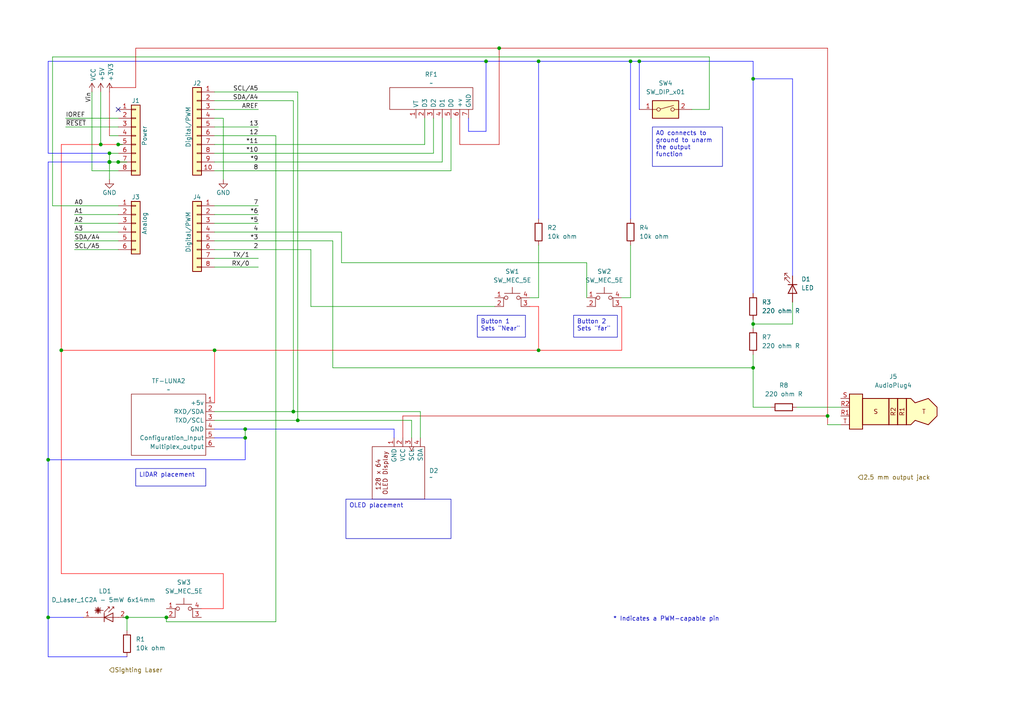
<source format=kicad_sch>
(kicad_sch
	(version 20231120)
	(generator "eeschema")
	(generator_version "8.0")
	(uuid "e63e39d7-6ac0-4ffd-8aa3-1841a4541b55")
	(paper "A4")
	(title_block
		(date "mar. 31 mars 2015")
	)
	(lib_symbols
		(symbol "Connector_Audio:AudioPlug4"
			(exclude_from_sim no)
			(in_bom yes)
			(on_board yes)
			(property "Reference" "J"
				(at 10.16 5.08 0)
				(effects
					(font
						(size 1.27 1.27)
					)
				)
			)
			(property "Value" "AudioPlug4"
				(at 11.43 -7.62 0)
				(effects
					(font
						(size 1.27 1.27)
					)
				)
			)
			(property "Footprint" ""
				(at 8.89 -2.54 0)
				(effects
					(font
						(size 1.27 1.27)
					)
					(hide yes)
				)
			)
			(property "Datasheet" "~"
				(at 8.89 -2.54 0)
				(effects
					(font
						(size 1.27 1.27)
					)
					(hide yes)
				)
			)
			(property "Description" "Audio Jack, 4 Poles (Stereo / TRRS)"
				(at 0 0 0)
				(effects
					(font
						(size 1.27 1.27)
					)
					(hide yes)
				)
			)
			(property "ki_keywords" "audio jack plug stereo headphones TRRS connector 2.5mm 3.5mm"
				(at 0 0 0)
				(effects
					(font
						(size 1.27 1.27)
					)
					(hide yes)
				)
			)
			(property "ki_fp_filters" "Plug*"
				(at 0 0 0)
				(effects
					(font
						(size 1.27 1.27)
					)
					(hide yes)
				)
			)
			(symbol "AudioPlug4_0_0"
				(text "R1"
					(at -2.54 -1.27 900)
					(effects
						(font
							(size 1.27 1.27)
						)
					)
				)
				(text "R2"
					(at 0 -1.27 900)
					(effects
						(font
							(size 1.27 1.27)
						)
					)
				)
				(text "S"
					(at 5.08 -1.27 0)
					(effects
						(font
							(size 1.27 1.27)
						)
					)
				)
				(text "T"
					(at -8.89 -1.27 0)
					(effects
						(font
							(size 1.27 1.27)
						)
					)
				)
			)
			(symbol "AudioPlug4_0_1"
				(rectangle
					(start -1.27 2.54)
					(end -3.81 -5.08)
					(stroke
						(width 0.254)
						(type default)
					)
					(fill
						(type background)
					)
				)
				(polyline
					(pts
						(xy -3.81 2.54) (xy -5.08 2.54) (xy -6.35 1.27) (xy -10.16 2.54) (xy -12.7 0) (xy -12.7 -2.54)
						(xy -10.16 -5.08) (xy -6.35 -3.81) (xy -5.08 -5.08) (xy -3.81 -5.08) (xy -3.81 2.54)
					)
					(stroke
						(width 0.254)
						(type default)
					)
					(fill
						(type background)
					)
				)
				(rectangle
					(start 1.27 2.54)
					(end -1.27 -5.08)
					(stroke
						(width 0.254)
						(type default)
					)
					(fill
						(type background)
					)
				)
				(rectangle
					(start 1.27 2.54)
					(end 8.89 -5.08)
					(stroke
						(width 0.254)
						(type default)
					)
					(fill
						(type background)
					)
				)
				(rectangle
					(start 12.7 3.81)
					(end 8.89 -6.35)
					(stroke
						(width 0.254)
						(type default)
					)
					(fill
						(type background)
					)
				)
			)
			(symbol "AudioPlug4_1_1"
				(pin passive line
					(at 15.24 -2.54 180)
					(length 2.54)
					(name "~"
						(effects
							(font
								(size 1.27 1.27)
							)
						)
					)
					(number "R1"
						(effects
							(font
								(size 1.27 1.27)
							)
						)
					)
				)
				(pin passive line
					(at 15.24 0 180)
					(length 2.54)
					(name "~"
						(effects
							(font
								(size 1.27 1.27)
							)
						)
					)
					(number "R2"
						(effects
							(font
								(size 1.27 1.27)
							)
						)
					)
				)
				(pin passive line
					(at 15.24 2.54 180)
					(length 2.54)
					(name "~"
						(effects
							(font
								(size 1.27 1.27)
							)
						)
					)
					(number "S"
						(effects
							(font
								(size 1.27 1.27)
							)
						)
					)
				)
				(pin passive line
					(at 15.24 -5.08 180)
					(length 2.54)
					(name "~"
						(effects
							(font
								(size 1.27 1.27)
							)
						)
					)
					(number "T"
						(effects
							(font
								(size 1.27 1.27)
							)
						)
					)
				)
			)
		)
		(symbol "Connector_Generic:Conn_01x06"
			(pin_names
				(offset 1.016) hide)
			(exclude_from_sim no)
			(in_bom yes)
			(on_board yes)
			(property "Reference" "J"
				(at 0 7.62 0)
				(effects
					(font
						(size 1.27 1.27)
					)
				)
			)
			(property "Value" "Conn_01x06"
				(at 0 -10.16 0)
				(effects
					(font
						(size 1.27 1.27)
					)
				)
			)
			(property "Footprint" ""
				(at 0 0 0)
				(effects
					(font
						(size 1.27 1.27)
					)
					(hide yes)
				)
			)
			(property "Datasheet" "~"
				(at 0 0 0)
				(effects
					(font
						(size 1.27 1.27)
					)
					(hide yes)
				)
			)
			(property "Description" "Generic connector, single row, 01x06, script generated (kicad-library-utils/schlib/autogen/connector/)"
				(at 0 0 0)
				(effects
					(font
						(size 1.27 1.27)
					)
					(hide yes)
				)
			)
			(property "ki_keywords" "connector"
				(at 0 0 0)
				(effects
					(font
						(size 1.27 1.27)
					)
					(hide yes)
				)
			)
			(property "ki_fp_filters" "Connector*:*_1x??_*"
				(at 0 0 0)
				(effects
					(font
						(size 1.27 1.27)
					)
					(hide yes)
				)
			)
			(symbol "Conn_01x06_1_1"
				(rectangle
					(start -1.27 -7.493)
					(end 0 -7.747)
					(stroke
						(width 0.1524)
						(type default)
					)
					(fill
						(type none)
					)
				)
				(rectangle
					(start -1.27 -4.953)
					(end 0 -5.207)
					(stroke
						(width 0.1524)
						(type default)
					)
					(fill
						(type none)
					)
				)
				(rectangle
					(start -1.27 -2.413)
					(end 0 -2.667)
					(stroke
						(width 0.1524)
						(type default)
					)
					(fill
						(type none)
					)
				)
				(rectangle
					(start -1.27 0.127)
					(end 0 -0.127)
					(stroke
						(width 0.1524)
						(type default)
					)
					(fill
						(type none)
					)
				)
				(rectangle
					(start -1.27 2.667)
					(end 0 2.413)
					(stroke
						(width 0.1524)
						(type default)
					)
					(fill
						(type none)
					)
				)
				(rectangle
					(start -1.27 5.207)
					(end 0 4.953)
					(stroke
						(width 0.1524)
						(type default)
					)
					(fill
						(type none)
					)
				)
				(rectangle
					(start -1.27 6.35)
					(end 1.27 -8.89)
					(stroke
						(width 0.254)
						(type default)
					)
					(fill
						(type background)
					)
				)
				(pin passive line
					(at -5.08 5.08 0)
					(length 3.81)
					(name "Pin_1"
						(effects
							(font
								(size 1.27 1.27)
							)
						)
					)
					(number "1"
						(effects
							(font
								(size 1.27 1.27)
							)
						)
					)
				)
				(pin passive line
					(at -5.08 2.54 0)
					(length 3.81)
					(name "Pin_2"
						(effects
							(font
								(size 1.27 1.27)
							)
						)
					)
					(number "2"
						(effects
							(font
								(size 1.27 1.27)
							)
						)
					)
				)
				(pin passive line
					(at -5.08 0 0)
					(length 3.81)
					(name "Pin_3"
						(effects
							(font
								(size 1.27 1.27)
							)
						)
					)
					(number "3"
						(effects
							(font
								(size 1.27 1.27)
							)
						)
					)
				)
				(pin passive line
					(at -5.08 -2.54 0)
					(length 3.81)
					(name "Pin_4"
						(effects
							(font
								(size 1.27 1.27)
							)
						)
					)
					(number "4"
						(effects
							(font
								(size 1.27 1.27)
							)
						)
					)
				)
				(pin passive line
					(at -5.08 -5.08 0)
					(length 3.81)
					(name "Pin_5"
						(effects
							(font
								(size 1.27 1.27)
							)
						)
					)
					(number "5"
						(effects
							(font
								(size 1.27 1.27)
							)
						)
					)
				)
				(pin passive line
					(at -5.08 -7.62 0)
					(length 3.81)
					(name "Pin_6"
						(effects
							(font
								(size 1.27 1.27)
							)
						)
					)
					(number "6"
						(effects
							(font
								(size 1.27 1.27)
							)
						)
					)
				)
			)
		)
		(symbol "Connector_Generic:Conn_01x08"
			(pin_names
				(offset 1.016) hide)
			(exclude_from_sim no)
			(in_bom yes)
			(on_board yes)
			(property "Reference" "J"
				(at 0 10.16 0)
				(effects
					(font
						(size 1.27 1.27)
					)
				)
			)
			(property "Value" "Conn_01x08"
				(at 0 -12.7 0)
				(effects
					(font
						(size 1.27 1.27)
					)
				)
			)
			(property "Footprint" ""
				(at 0 0 0)
				(effects
					(font
						(size 1.27 1.27)
					)
					(hide yes)
				)
			)
			(property "Datasheet" "~"
				(at 0 0 0)
				(effects
					(font
						(size 1.27 1.27)
					)
					(hide yes)
				)
			)
			(property "Description" "Generic connector, single row, 01x08, script generated (kicad-library-utils/schlib/autogen/connector/)"
				(at 0 0 0)
				(effects
					(font
						(size 1.27 1.27)
					)
					(hide yes)
				)
			)
			(property "ki_keywords" "connector"
				(at 0 0 0)
				(effects
					(font
						(size 1.27 1.27)
					)
					(hide yes)
				)
			)
			(property "ki_fp_filters" "Connector*:*_1x??_*"
				(at 0 0 0)
				(effects
					(font
						(size 1.27 1.27)
					)
					(hide yes)
				)
			)
			(symbol "Conn_01x08_1_1"
				(rectangle
					(start -1.27 -10.033)
					(end 0 -10.287)
					(stroke
						(width 0.1524)
						(type default)
					)
					(fill
						(type none)
					)
				)
				(rectangle
					(start -1.27 -7.493)
					(end 0 -7.747)
					(stroke
						(width 0.1524)
						(type default)
					)
					(fill
						(type none)
					)
				)
				(rectangle
					(start -1.27 -4.953)
					(end 0 -5.207)
					(stroke
						(width 0.1524)
						(type default)
					)
					(fill
						(type none)
					)
				)
				(rectangle
					(start -1.27 -2.413)
					(end 0 -2.667)
					(stroke
						(width 0.1524)
						(type default)
					)
					(fill
						(type none)
					)
				)
				(rectangle
					(start -1.27 0.127)
					(end 0 -0.127)
					(stroke
						(width 0.1524)
						(type default)
					)
					(fill
						(type none)
					)
				)
				(rectangle
					(start -1.27 2.667)
					(end 0 2.413)
					(stroke
						(width 0.1524)
						(type default)
					)
					(fill
						(type none)
					)
				)
				(rectangle
					(start -1.27 5.207)
					(end 0 4.953)
					(stroke
						(width 0.1524)
						(type default)
					)
					(fill
						(type none)
					)
				)
				(rectangle
					(start -1.27 7.747)
					(end 0 7.493)
					(stroke
						(width 0.1524)
						(type default)
					)
					(fill
						(type none)
					)
				)
				(rectangle
					(start -1.27 8.89)
					(end 1.27 -11.43)
					(stroke
						(width 0.254)
						(type default)
					)
					(fill
						(type background)
					)
				)
				(pin passive line
					(at -5.08 7.62 0)
					(length 3.81)
					(name "Pin_1"
						(effects
							(font
								(size 1.27 1.27)
							)
						)
					)
					(number "1"
						(effects
							(font
								(size 1.27 1.27)
							)
						)
					)
				)
				(pin passive line
					(at -5.08 5.08 0)
					(length 3.81)
					(name "Pin_2"
						(effects
							(font
								(size 1.27 1.27)
							)
						)
					)
					(number "2"
						(effects
							(font
								(size 1.27 1.27)
							)
						)
					)
				)
				(pin passive line
					(at -5.08 2.54 0)
					(length 3.81)
					(name "Pin_3"
						(effects
							(font
								(size 1.27 1.27)
							)
						)
					)
					(number "3"
						(effects
							(font
								(size 1.27 1.27)
							)
						)
					)
				)
				(pin passive line
					(at -5.08 0 0)
					(length 3.81)
					(name "Pin_4"
						(effects
							(font
								(size 1.27 1.27)
							)
						)
					)
					(number "4"
						(effects
							(font
								(size 1.27 1.27)
							)
						)
					)
				)
				(pin passive line
					(at -5.08 -2.54 0)
					(length 3.81)
					(name "Pin_5"
						(effects
							(font
								(size 1.27 1.27)
							)
						)
					)
					(number "5"
						(effects
							(font
								(size 1.27 1.27)
							)
						)
					)
				)
				(pin passive line
					(at -5.08 -5.08 0)
					(length 3.81)
					(name "Pin_6"
						(effects
							(font
								(size 1.27 1.27)
							)
						)
					)
					(number "6"
						(effects
							(font
								(size 1.27 1.27)
							)
						)
					)
				)
				(pin passive line
					(at -5.08 -7.62 0)
					(length 3.81)
					(name "Pin_7"
						(effects
							(font
								(size 1.27 1.27)
							)
						)
					)
					(number "7"
						(effects
							(font
								(size 1.27 1.27)
							)
						)
					)
				)
				(pin passive line
					(at -5.08 -10.16 0)
					(length 3.81)
					(name "Pin_8"
						(effects
							(font
								(size 1.27 1.27)
							)
						)
					)
					(number "8"
						(effects
							(font
								(size 1.27 1.27)
							)
						)
					)
				)
			)
		)
		(symbol "Connector_Generic:Conn_01x10"
			(pin_names
				(offset 1.016) hide)
			(exclude_from_sim no)
			(in_bom yes)
			(on_board yes)
			(property "Reference" "J"
				(at 0 12.7 0)
				(effects
					(font
						(size 1.27 1.27)
					)
				)
			)
			(property "Value" "Conn_01x10"
				(at 0 -15.24 0)
				(effects
					(font
						(size 1.27 1.27)
					)
				)
			)
			(property "Footprint" ""
				(at 0 0 0)
				(effects
					(font
						(size 1.27 1.27)
					)
					(hide yes)
				)
			)
			(property "Datasheet" "~"
				(at 0 0 0)
				(effects
					(font
						(size 1.27 1.27)
					)
					(hide yes)
				)
			)
			(property "Description" "Generic connector, single row, 01x10, script generated (kicad-library-utils/schlib/autogen/connector/)"
				(at 0 0 0)
				(effects
					(font
						(size 1.27 1.27)
					)
					(hide yes)
				)
			)
			(property "ki_keywords" "connector"
				(at 0 0 0)
				(effects
					(font
						(size 1.27 1.27)
					)
					(hide yes)
				)
			)
			(property "ki_fp_filters" "Connector*:*_1x??_*"
				(at 0 0 0)
				(effects
					(font
						(size 1.27 1.27)
					)
					(hide yes)
				)
			)
			(symbol "Conn_01x10_1_1"
				(rectangle
					(start -1.27 -12.573)
					(end 0 -12.827)
					(stroke
						(width 0.1524)
						(type default)
					)
					(fill
						(type none)
					)
				)
				(rectangle
					(start -1.27 -10.033)
					(end 0 -10.287)
					(stroke
						(width 0.1524)
						(type default)
					)
					(fill
						(type none)
					)
				)
				(rectangle
					(start -1.27 -7.493)
					(end 0 -7.747)
					(stroke
						(width 0.1524)
						(type default)
					)
					(fill
						(type none)
					)
				)
				(rectangle
					(start -1.27 -4.953)
					(end 0 -5.207)
					(stroke
						(width 0.1524)
						(type default)
					)
					(fill
						(type none)
					)
				)
				(rectangle
					(start -1.27 -2.413)
					(end 0 -2.667)
					(stroke
						(width 0.1524)
						(type default)
					)
					(fill
						(type none)
					)
				)
				(rectangle
					(start -1.27 0.127)
					(end 0 -0.127)
					(stroke
						(width 0.1524)
						(type default)
					)
					(fill
						(type none)
					)
				)
				(rectangle
					(start -1.27 2.667)
					(end 0 2.413)
					(stroke
						(width 0.1524)
						(type default)
					)
					(fill
						(type none)
					)
				)
				(rectangle
					(start -1.27 5.207)
					(end 0 4.953)
					(stroke
						(width 0.1524)
						(type default)
					)
					(fill
						(type none)
					)
				)
				(rectangle
					(start -1.27 7.747)
					(end 0 7.493)
					(stroke
						(width 0.1524)
						(type default)
					)
					(fill
						(type none)
					)
				)
				(rectangle
					(start -1.27 10.287)
					(end 0 10.033)
					(stroke
						(width 0.1524)
						(type default)
					)
					(fill
						(type none)
					)
				)
				(rectangle
					(start -1.27 11.43)
					(end 1.27 -13.97)
					(stroke
						(width 0.254)
						(type default)
					)
					(fill
						(type background)
					)
				)
				(pin passive line
					(at -5.08 10.16 0)
					(length 3.81)
					(name "Pin_1"
						(effects
							(font
								(size 1.27 1.27)
							)
						)
					)
					(number "1"
						(effects
							(font
								(size 1.27 1.27)
							)
						)
					)
				)
				(pin passive line
					(at -5.08 -12.7 0)
					(length 3.81)
					(name "Pin_10"
						(effects
							(font
								(size 1.27 1.27)
							)
						)
					)
					(number "10"
						(effects
							(font
								(size 1.27 1.27)
							)
						)
					)
				)
				(pin passive line
					(at -5.08 7.62 0)
					(length 3.81)
					(name "Pin_2"
						(effects
							(font
								(size 1.27 1.27)
							)
						)
					)
					(number "2"
						(effects
							(font
								(size 1.27 1.27)
							)
						)
					)
				)
				(pin passive line
					(at -5.08 5.08 0)
					(length 3.81)
					(name "Pin_3"
						(effects
							(font
								(size 1.27 1.27)
							)
						)
					)
					(number "3"
						(effects
							(font
								(size 1.27 1.27)
							)
						)
					)
				)
				(pin passive line
					(at -5.08 2.54 0)
					(length 3.81)
					(name "Pin_4"
						(effects
							(font
								(size 1.27 1.27)
							)
						)
					)
					(number "4"
						(effects
							(font
								(size 1.27 1.27)
							)
						)
					)
				)
				(pin passive line
					(at -5.08 0 0)
					(length 3.81)
					(name "Pin_5"
						(effects
							(font
								(size 1.27 1.27)
							)
						)
					)
					(number "5"
						(effects
							(font
								(size 1.27 1.27)
							)
						)
					)
				)
				(pin passive line
					(at -5.08 -2.54 0)
					(length 3.81)
					(name "Pin_6"
						(effects
							(font
								(size 1.27 1.27)
							)
						)
					)
					(number "6"
						(effects
							(font
								(size 1.27 1.27)
							)
						)
					)
				)
				(pin passive line
					(at -5.08 -5.08 0)
					(length 3.81)
					(name "Pin_7"
						(effects
							(font
								(size 1.27 1.27)
							)
						)
					)
					(number "7"
						(effects
							(font
								(size 1.27 1.27)
							)
						)
					)
				)
				(pin passive line
					(at -5.08 -7.62 0)
					(length 3.81)
					(name "Pin_8"
						(effects
							(font
								(size 1.27 1.27)
							)
						)
					)
					(number "8"
						(effects
							(font
								(size 1.27 1.27)
							)
						)
					)
				)
				(pin passive line
					(at -5.08 -10.16 0)
					(length 3.81)
					(name "Pin_9"
						(effects
							(font
								(size 1.27 1.27)
							)
						)
					)
					(number "9"
						(effects
							(font
								(size 1.27 1.27)
							)
						)
					)
				)
			)
		)
		(symbol "Device:D_Laser_1C2A"
			(pin_names
				(offset 1.016) hide)
			(exclude_from_sim no)
			(in_bom yes)
			(on_board yes)
			(property "Reference" "LD"
				(at -1.27 4.445 0)
				(effects
					(font
						(size 1.27 1.27)
					)
				)
			)
			(property "Value" "D_Laser_1C2A"
				(at -1.27 -2.54 0)
				(effects
					(font
						(size 1.27 1.27)
					)
				)
			)
			(property "Footprint" ""
				(at -2.54 -0.635 0)
				(effects
					(font
						(size 1.27 1.27)
					)
					(hide yes)
				)
			)
			(property "Datasheet" "~"
				(at 0.762 -5.08 0)
				(effects
					(font
						(size 1.27 1.27)
					)
					(hide yes)
				)
			)
			(property "Description" "Laser diode, cathode on pin 1, anode on pin 2"
				(at 0 0 0)
				(effects
					(font
						(size 1.27 1.27)
					)
					(hide yes)
				)
			)
			(property "ki_keywords" "opto laserdiode"
				(at 0 0 0)
				(effects
					(font
						(size 1.27 1.27)
					)
					(hide yes)
				)
			)
			(property "ki_fp_filters" "*LaserDiode*"
				(at 0 0 0)
				(effects
					(font
						(size 1.27 1.27)
					)
					(hide yes)
				)
			)
			(symbol "D_Laser_1C2A_0_1"
				(polyline
					(pts
						(xy -4.064 1.27) (xy -2.54 2.794)
					)
					(stroke
						(width 0)
						(type default)
					)
					(fill
						(type none)
					)
				)
				(polyline
					(pts
						(xy -4.064 1.778) (xy -2.54 2.286)
					)
					(stroke
						(width 0)
						(type default)
					)
					(fill
						(type none)
					)
				)
				(polyline
					(pts
						(xy -4.064 2.286) (xy -2.54 1.778)
					)
					(stroke
						(width 0)
						(type default)
					)
					(fill
						(type none)
					)
				)
				(polyline
					(pts
						(xy -4.064 2.794) (xy -2.54 1.27)
					)
					(stroke
						(width 0)
						(type default)
					)
					(fill
						(type none)
					)
				)
				(polyline
					(pts
						(xy -3.556 2.794) (xy -3.048 1.27)
					)
					(stroke
						(width 0)
						(type default)
					)
					(fill
						(type none)
					)
				)
				(polyline
					(pts
						(xy -3.302 2.032) (xy -3.302 1.016)
					)
					(stroke
						(width 0)
						(type default)
					)
					(fill
						(type none)
					)
				)
				(polyline
					(pts
						(xy -3.302 2.032) (xy -3.302 3.048)
					)
					(stroke
						(width 0)
						(type default)
					)
					(fill
						(type none)
					)
				)
				(polyline
					(pts
						(xy -3.048 2.794) (xy -3.556 1.27)
					)
					(stroke
						(width 0)
						(type default)
					)
					(fill
						(type none)
					)
				)
				(polyline
					(pts
						(xy -1.778 2.032) (xy -4.318 2.032)
					)
					(stroke
						(width 0)
						(type default)
					)
					(fill
						(type none)
					)
				)
				(polyline
					(pts
						(xy -1.524 1.27) (xy -1.524 -1.27)
					)
					(stroke
						(width 0.2032)
						(type default)
					)
					(fill
						(type none)
					)
				)
				(polyline
					(pts
						(xy 1.27 3.048) (xy 0.762 3.048)
					)
					(stroke
						(width 0)
						(type default)
					)
					(fill
						(type none)
					)
				)
				(polyline
					(pts
						(xy 2.54 0) (xy -5.08 0)
					)
					(stroke
						(width 0)
						(type default)
					)
					(fill
						(type none)
					)
				)
				(polyline
					(pts
						(xy -0.254 1.524) (xy 1.27 3.048) (xy 1.27 2.54)
					)
					(stroke
						(width 0)
						(type default)
					)
					(fill
						(type none)
					)
				)
				(polyline
					(pts
						(xy 1.016 1.27) (xy 1.016 -1.27) (xy -1.524 0) (xy 1.016 1.27)
					)
					(stroke
						(width 0.2032)
						(type default)
					)
					(fill
						(type none)
					)
				)
				(polyline
					(pts
						(xy -1.524 1.524) (xy 0 3.048) (xy 0 2.54) (xy 0 3.048) (xy -0.508 3.048)
					)
					(stroke
						(width 0)
						(type default)
					)
					(fill
						(type none)
					)
				)
			)
			(symbol "D_Laser_1C2A_1_1"
				(pin passive line
					(at -7.62 0 0)
					(length 2.54)
					(name "K"
						(effects
							(font
								(size 1.27 1.27)
							)
						)
					)
					(number "1"
						(effects
							(font
								(size 1.27 1.27)
							)
						)
					)
				)
				(pin passive line
					(at 5.08 0 180)
					(length 2.54)
					(name "A"
						(effects
							(font
								(size 1.27 1.27)
							)
						)
					)
					(number "2"
						(effects
							(font
								(size 1.27 1.27)
							)
						)
					)
				)
			)
		)
		(symbol "Device:LED"
			(pin_numbers hide)
			(pin_names
				(offset 1.016) hide)
			(exclude_from_sim no)
			(in_bom yes)
			(on_board yes)
			(property "Reference" "D"
				(at 0 2.54 0)
				(effects
					(font
						(size 1.27 1.27)
					)
				)
			)
			(property "Value" "LED"
				(at 0 -2.54 0)
				(effects
					(font
						(size 1.27 1.27)
					)
				)
			)
			(property "Footprint" ""
				(at 0 0 0)
				(effects
					(font
						(size 1.27 1.27)
					)
					(hide yes)
				)
			)
			(property "Datasheet" "~"
				(at 0 0 0)
				(effects
					(font
						(size 1.27 1.27)
					)
					(hide yes)
				)
			)
			(property "Description" "Light emitting diode"
				(at 0 0 0)
				(effects
					(font
						(size 1.27 1.27)
					)
					(hide yes)
				)
			)
			(property "ki_keywords" "LED diode"
				(at 0 0 0)
				(effects
					(font
						(size 1.27 1.27)
					)
					(hide yes)
				)
			)
			(property "ki_fp_filters" "LED* LED_SMD:* LED_THT:*"
				(at 0 0 0)
				(effects
					(font
						(size 1.27 1.27)
					)
					(hide yes)
				)
			)
			(symbol "LED_0_1"
				(polyline
					(pts
						(xy -1.27 -1.27) (xy -1.27 1.27)
					)
					(stroke
						(width 0.254)
						(type default)
					)
					(fill
						(type none)
					)
				)
				(polyline
					(pts
						(xy -1.27 0) (xy 1.27 0)
					)
					(stroke
						(width 0)
						(type default)
					)
					(fill
						(type none)
					)
				)
				(polyline
					(pts
						(xy 1.27 -1.27) (xy 1.27 1.27) (xy -1.27 0) (xy 1.27 -1.27)
					)
					(stroke
						(width 0.254)
						(type default)
					)
					(fill
						(type none)
					)
				)
				(polyline
					(pts
						(xy -3.048 -0.762) (xy -4.572 -2.286) (xy -3.81 -2.286) (xy -4.572 -2.286) (xy -4.572 -1.524)
					)
					(stroke
						(width 0)
						(type default)
					)
					(fill
						(type none)
					)
				)
				(polyline
					(pts
						(xy -1.778 -0.762) (xy -3.302 -2.286) (xy -2.54 -2.286) (xy -3.302 -2.286) (xy -3.302 -1.524)
					)
					(stroke
						(width 0)
						(type default)
					)
					(fill
						(type none)
					)
				)
			)
			(symbol "LED_1_1"
				(pin passive line
					(at -3.81 0 0)
					(length 2.54)
					(name "K"
						(effects
							(font
								(size 1.27 1.27)
							)
						)
					)
					(number "1"
						(effects
							(font
								(size 1.27 1.27)
							)
						)
					)
				)
				(pin passive line
					(at 3.81 0 180)
					(length 2.54)
					(name "A"
						(effects
							(font
								(size 1.27 1.27)
							)
						)
					)
					(number "2"
						(effects
							(font
								(size 1.27 1.27)
							)
						)
					)
				)
			)
		)
		(symbol "Device:R"
			(pin_numbers hide)
			(pin_names
				(offset 0)
			)
			(exclude_from_sim no)
			(in_bom yes)
			(on_board yes)
			(property "Reference" "R"
				(at 2.032 0 90)
				(effects
					(font
						(size 1.27 1.27)
					)
				)
			)
			(property "Value" "R"
				(at 0 0 90)
				(effects
					(font
						(size 1.27 1.27)
					)
				)
			)
			(property "Footprint" ""
				(at -1.778 0 90)
				(effects
					(font
						(size 1.27 1.27)
					)
					(hide yes)
				)
			)
			(property "Datasheet" "~"
				(at 0 0 0)
				(effects
					(font
						(size 1.27 1.27)
					)
					(hide yes)
				)
			)
			(property "Description" "Resistor"
				(at 0 0 0)
				(effects
					(font
						(size 1.27 1.27)
					)
					(hide yes)
				)
			)
			(property "ki_keywords" "R res resistor"
				(at 0 0 0)
				(effects
					(font
						(size 1.27 1.27)
					)
					(hide yes)
				)
			)
			(property "ki_fp_filters" "R_*"
				(at 0 0 0)
				(effects
					(font
						(size 1.27 1.27)
					)
					(hide yes)
				)
			)
			(symbol "R_0_1"
				(rectangle
					(start -1.016 -2.54)
					(end 1.016 2.54)
					(stroke
						(width 0.254)
						(type default)
					)
					(fill
						(type none)
					)
				)
			)
			(symbol "R_1_1"
				(pin passive line
					(at 0 3.81 270)
					(length 1.27)
					(name "~"
						(effects
							(font
								(size 1.27 1.27)
							)
						)
					)
					(number "1"
						(effects
							(font
								(size 1.27 1.27)
							)
						)
					)
				)
				(pin passive line
					(at 0 -3.81 90)
					(length 1.27)
					(name "~"
						(effects
							(font
								(size 1.27 1.27)
							)
						)
					)
					(number "2"
						(effects
							(font
								(size 1.27 1.27)
							)
						)
					)
				)
			)
		)
		(symbol "Display_Graphic:Makerfocus_OLED_module_.96{dblquote}_IIC_yellow/blue"
			(exclude_from_sim no)
			(in_bom yes)
			(on_board yes)
			(property "Reference" "D"
				(at -8.89 -4.572 0)
				(effects
					(font
						(size 1.27 1.27)
					)
				)
			)
			(property "Value" ""
				(at 0 0 0)
				(effects
					(font
						(size 1.27 1.27)
					)
				)
			)
			(property "Footprint" ""
				(at 0 0 0)
				(effects
					(font
						(size 1.27 1.27)
					)
					(hide yes)
				)
			)
			(property "Datasheet" ""
				(at 0 0 0)
				(effects
					(font
						(size 1.27 1.27)
					)
					(hide yes)
				)
			)
			(property "Description" ""
				(at 0 0 0)
				(effects
					(font
						(size 1.27 1.27)
					)
					(hide yes)
				)
			)
			(symbol "Makerfocus_OLED_module_.96{dblquote}_IIC_yellow/blue_0_1"
				(rectangle
					(start -10.16 8.89)
					(end 5.08 -6.35)
					(stroke
						(width 0)
						(type default)
					)
					(fill
						(type none)
					)
				)
			)
			(symbol "Makerfocus_OLED_module_.96{dblquote}_IIC_yellow/blue_1_1"
				(text "128 x 64 \nOLED Display"
					(at -2.54 6.096 0)
					(effects
						(font
							(size 1.27 1.27)
						)
					)
				)
				(pin output line
					(at 7.62 2.54 180)
					(length 2.54)
					(name "GND"
						(effects
							(font
								(size 1.27 1.27)
							)
						)
					)
					(number "1"
						(effects
							(font
								(size 1.27 1.27)
							)
						)
					)
				)
				(pin output line
					(at 7.62 0 180)
					(length 2.54)
					(name "VCC"
						(effects
							(font
								(size 1.27 1.27)
							)
						)
					)
					(number "2"
						(effects
							(font
								(size 1.27 1.27)
							)
						)
					)
				)
				(pin output clock
					(at 7.62 -2.54 180)
					(length 2.54)
					(name "SCL"
						(effects
							(font
								(size 1.27 1.27)
							)
						)
					)
					(number "3"
						(effects
							(font
								(size 1.27 1.27)
							)
						)
					)
				)
				(pin input line
					(at 7.62 -5.08 180)
					(length 2.54)
					(name "SDA"
						(effects
							(font
								(size 1.27 1.27)
							)
						)
					)
					(number "4"
						(effects
							(font
								(size 1.27 1.27)
							)
						)
					)
				)
			)
		)
		(symbol "RF_Module:QIACHIP_433_Mhz_wireless_remote_control_switch_mini_receiver"
			(exclude_from_sim no)
			(in_bom yes)
			(on_board yes)
			(property "Reference" "RF"
				(at -6.096 2.286 0)
				(effects
					(font
						(size 1.27 1.27)
					)
				)
			)
			(property "Value" ""
				(at 0 0 0)
				(effects
					(font
						(size 1.27 1.27)
					)
				)
			)
			(property "Footprint" ""
				(at 0 0 0)
				(effects
					(font
						(size 1.27 1.27)
					)
					(hide yes)
				)
			)
			(property "Datasheet" ""
				(at 0 0 0)
				(effects
					(font
						(size 1.27 1.27)
					)
					(hide yes)
				)
			)
			(property "Description" ""
				(at 0 0 0)
				(effects
					(font
						(size 1.27 1.27)
					)
					(hide yes)
				)
			)
			(symbol "QIACHIP_433_Mhz_wireless_remote_control_switch_mini_receiver_0_1"
				(rectangle
					(start -7.62 3.81)
					(end 16.51 -2.54)
					(stroke
						(width 0)
						(type default)
					)
					(fill
						(type none)
					)
				)
			)
			(symbol "QIACHIP_433_Mhz_wireless_remote_control_switch_mini_receiver_1_1"
				(pin input line
					(at 0 -5.08 90)
					(length 2.54)
					(name "VT"
						(effects
							(font
								(size 1.27 1.27)
							)
						)
					)
					(number "1"
						(effects
							(font
								(size 1.27 1.27)
							)
						)
					)
				)
				(pin input line
					(at 2.54 -5.08 90)
					(length 2.54)
					(name "D3"
						(effects
							(font
								(size 1.27 1.27)
							)
						)
					)
					(number "2"
						(effects
							(font
								(size 1.27 1.27)
							)
						)
					)
				)
				(pin input line
					(at 5.08 -5.08 90)
					(length 2.54)
					(name "D2"
						(effects
							(font
								(size 1.27 1.27)
							)
						)
					)
					(number "3"
						(effects
							(font
								(size 1.27 1.27)
							)
						)
					)
				)
				(pin input line
					(at 7.62 -5.08 90)
					(length 2.54)
					(name "D1"
						(effects
							(font
								(size 1.27 1.27)
							)
						)
					)
					(number "4"
						(effects
							(font
								(size 1.27 1.27)
							)
						)
					)
				)
				(pin input line
					(at 10.16 -5.08 90)
					(length 2.54)
					(name "D0"
						(effects
							(font
								(size 1.27 1.27)
							)
						)
					)
					(number "5"
						(effects
							(font
								(size 1.27 1.27)
							)
						)
					)
				)
				(pin input line
					(at 12.7 -5.08 90)
					(length 2.54)
					(name "+v"
						(effects
							(font
								(size 1.27 1.27)
							)
						)
					)
					(number "6"
						(effects
							(font
								(size 1.27 1.27)
							)
						)
					)
				)
				(pin input line
					(at 15.24 -5.08 90)
					(length 2.54)
					(name "GND"
						(effects
							(font
								(size 1.27 1.27)
							)
						)
					)
					(number "7"
						(effects
							(font
								(size 1.27 1.27)
							)
						)
					)
				)
			)
		)
		(symbol "SJ-PM-TF-LUNA-A03_1"
			(exclude_from_sim no)
			(in_bom yes)
			(on_board yes)
			(property "Reference" "TF-LUNA"
				(at -11.176 7.366 0)
				(effects
					(font
						(size 1.27 1.27)
					)
				)
			)
			(property "Value" ""
				(at 3.81 5.08 0)
				(effects
					(font
						(size 1.27 1.27)
					)
				)
			)
			(property "Footprint" ""
				(at 3.81 5.08 0)
				(effects
					(font
						(size 1.27 1.27)
					)
					(hide yes)
				)
			)
			(property "Datasheet" ""
				(at 3.81 5.08 0)
				(effects
					(font
						(size 1.27 1.27)
					)
					(hide yes)
				)
			)
			(property "Description" ""
				(at 3.81 5.08 0)
				(effects
					(font
						(size 1.27 1.27)
					)
					(hide yes)
				)
			)
			(symbol "SJ-PM-TF-LUNA-A03_1_0_1"
				(rectangle
					(start -16.51 8.89)
					(end 5.08 -8.89)
					(stroke
						(width 0)
						(type default)
					)
					(fill
						(type none)
					)
				)
			)
			(symbol "SJ-PM-TF-LUNA-A03_1_1_1"
				(pin input line
					(at 7.62 6.35 180)
					(length 2.54)
					(name "+5v"
						(effects
							(font
								(size 1.27 1.27)
							)
						)
					)
					(number "1"
						(effects
							(font
								(size 1.27 1.27)
							)
						)
					)
				)
				(pin input line
					(at 7.62 3.81 180)
					(length 2.54)
					(name "RXD/SDA"
						(effects
							(font
								(size 1.27 1.27)
							)
						)
					)
					(number "2"
						(effects
							(font
								(size 1.27 1.27)
							)
						)
					)
				)
				(pin output line
					(at 7.62 1.27 180)
					(length 2.54)
					(name "TXD/SCL"
						(effects
							(font
								(size 1.27 1.27)
							)
						)
					)
					(number "3"
						(effects
							(font
								(size 1.27 1.27)
							)
						)
					)
				)
				(pin output line
					(at 7.62 -1.27 180)
					(length 2.54)
					(name "GND"
						(effects
							(font
								(size 1.27 1.27)
							)
						)
					)
					(number "4"
						(effects
							(font
								(size 1.27 1.27)
							)
						)
					)
				)
				(pin input line
					(at 7.62 -3.81 180)
					(length 2.54)
					(name "Configuration_Input"
						(effects
							(font
								(size 1.27 1.27)
							)
						)
					)
					(number "5"
						(effects
							(font
								(size 1.27 1.27)
							)
						)
					)
				)
				(pin output line
					(at 7.62 -6.35 180)
					(length 2.54)
					(name "Multiplex_output"
						(effects
							(font
								(size 1.27 1.27)
							)
						)
					)
					(number "6"
						(effects
							(font
								(size 1.27 1.27)
							)
						)
					)
				)
			)
		)
		(symbol "Switch:SW_DIP_x01"
			(pin_names
				(offset 0) hide)
			(exclude_from_sim no)
			(in_bom yes)
			(on_board yes)
			(property "Reference" "SW"
				(at 0 3.81 0)
				(effects
					(font
						(size 1.27 1.27)
					)
				)
			)
			(property "Value" "SW_DIP_x01"
				(at 0 -3.81 0)
				(effects
					(font
						(size 1.27 1.27)
					)
				)
			)
			(property "Footprint" ""
				(at 0 0 0)
				(effects
					(font
						(size 1.27 1.27)
					)
					(hide yes)
				)
			)
			(property "Datasheet" "~"
				(at 0 0 0)
				(effects
					(font
						(size 1.27 1.27)
					)
					(hide yes)
				)
			)
			(property "Description" "1x DIP Switch, Single Pole Single Throw (SPST) switch, small symbol"
				(at 0 0 0)
				(effects
					(font
						(size 1.27 1.27)
					)
					(hide yes)
				)
			)
			(property "ki_keywords" "dip switch"
				(at 0 0 0)
				(effects
					(font
						(size 1.27 1.27)
					)
					(hide yes)
				)
			)
			(property "ki_fp_filters" "SW?DIP?x1*"
				(at 0 0 0)
				(effects
					(font
						(size 1.27 1.27)
					)
					(hide yes)
				)
			)
			(symbol "SW_DIP_x01_0_0"
				(circle
					(center -2.032 0)
					(radius 0.508)
					(stroke
						(width 0)
						(type default)
					)
					(fill
						(type none)
					)
				)
				(polyline
					(pts
						(xy -1.524 0.127) (xy 2.3622 1.1684)
					)
					(stroke
						(width 0)
						(type default)
					)
					(fill
						(type none)
					)
				)
				(circle
					(center 2.032 0)
					(radius 0.508)
					(stroke
						(width 0)
						(type default)
					)
					(fill
						(type none)
					)
				)
			)
			(symbol "SW_DIP_x01_0_1"
				(rectangle
					(start -3.81 2.54)
					(end 3.81 -2.54)
					(stroke
						(width 0.254)
						(type default)
					)
					(fill
						(type background)
					)
				)
			)
			(symbol "SW_DIP_x01_1_1"
				(pin passive line
					(at -7.62 0 0)
					(length 5.08)
					(name "~"
						(effects
							(font
								(size 1.27 1.27)
							)
						)
					)
					(number "1"
						(effects
							(font
								(size 1.27 1.27)
							)
						)
					)
				)
				(pin passive line
					(at 7.62 0 180)
					(length 5.08)
					(name "~"
						(effects
							(font
								(size 1.27 1.27)
							)
						)
					)
					(number "2"
						(effects
							(font
								(size 1.27 1.27)
							)
						)
					)
				)
			)
		)
		(symbol "Switch:SW_MEC_5E"
			(pin_names
				(offset 1.016) hide)
			(exclude_from_sim no)
			(in_bom yes)
			(on_board yes)
			(property "Reference" "SW"
				(at 0.635 5.715 0)
				(effects
					(font
						(size 1.27 1.27)
					)
					(justify left)
				)
			)
			(property "Value" "SW_MEC_5E"
				(at 0 -3.175 0)
				(effects
					(font
						(size 1.27 1.27)
					)
				)
			)
			(property "Footprint" ""
				(at 0 7.62 0)
				(effects
					(font
						(size 1.27 1.27)
					)
					(hide yes)
				)
			)
			(property "Datasheet" "http://www.apem.com/int/index.php?controller=attachment&id_attachment=1371"
				(at 0 7.62 0)
				(effects
					(font
						(size 1.27 1.27)
					)
					(hide yes)
				)
			)
			(property "Description" "MEC 5E single pole normally-open tactile switch"
				(at 0 0 0)
				(effects
					(font
						(size 1.27 1.27)
					)
					(hide yes)
				)
			)
			(property "ki_keywords" "switch normally-open pushbutton push-button"
				(at 0 0 0)
				(effects
					(font
						(size 1.27 1.27)
					)
					(hide yes)
				)
			)
			(property "ki_fp_filters" "SW*MEC*5G*"
				(at 0 0 0)
				(effects
					(font
						(size 1.27 1.27)
					)
					(hide yes)
				)
			)
			(symbol "SW_MEC_5E_0_1"
				(circle
					(center -1.778 2.54)
					(radius 0.508)
					(stroke
						(width 0)
						(type default)
					)
					(fill
						(type none)
					)
				)
				(polyline
					(pts
						(xy -2.286 3.81) (xy 2.286 3.81)
					)
					(stroke
						(width 0)
						(type default)
					)
					(fill
						(type none)
					)
				)
				(polyline
					(pts
						(xy 0 3.81) (xy 0 5.588)
					)
					(stroke
						(width 0)
						(type default)
					)
					(fill
						(type none)
					)
				)
				(polyline
					(pts
						(xy -2.54 0) (xy -2.54 2.54) (xy -2.286 2.54)
					)
					(stroke
						(width 0)
						(type default)
					)
					(fill
						(type none)
					)
				)
				(polyline
					(pts
						(xy 2.54 0) (xy 2.54 2.54) (xy 2.286 2.54)
					)
					(stroke
						(width 0)
						(type default)
					)
					(fill
						(type none)
					)
				)
				(circle
					(center 1.778 2.54)
					(radius 0.508)
					(stroke
						(width 0)
						(type default)
					)
					(fill
						(type none)
					)
				)
				(pin passive line
					(at -5.08 2.54 0)
					(length 2.54)
					(name "1"
						(effects
							(font
								(size 1.27 1.27)
							)
						)
					)
					(number "1"
						(effects
							(font
								(size 1.27 1.27)
							)
						)
					)
				)
				(pin passive line
					(at -5.08 0 0)
					(length 2.54)
					(name "2"
						(effects
							(font
								(size 1.27 1.27)
							)
						)
					)
					(number "2"
						(effects
							(font
								(size 1.27 1.27)
							)
						)
					)
				)
				(pin passive line
					(at 5.08 0 180)
					(length 2.54)
					(name "K"
						(effects
							(font
								(size 1.27 1.27)
							)
						)
					)
					(number "3"
						(effects
							(font
								(size 1.27 1.27)
							)
						)
					)
				)
				(pin passive line
					(at 5.08 2.54 180)
					(length 2.54)
					(name "A"
						(effects
							(font
								(size 1.27 1.27)
							)
						)
					)
					(number "4"
						(effects
							(font
								(size 1.27 1.27)
							)
						)
					)
				)
			)
		)
		(symbol "power:+3V3"
			(power)
			(pin_names
				(offset 0)
			)
			(exclude_from_sim no)
			(in_bom yes)
			(on_board yes)
			(property "Reference" "#PWR"
				(at 0 -3.81 0)
				(effects
					(font
						(size 1.27 1.27)
					)
					(hide yes)
				)
			)
			(property "Value" "+3V3"
				(at 0 3.556 0)
				(effects
					(font
						(size 1.27 1.27)
					)
				)
			)
			(property "Footprint" ""
				(at 0 0 0)
				(effects
					(font
						(size 1.27 1.27)
					)
					(hide yes)
				)
			)
			(property "Datasheet" ""
				(at 0 0 0)
				(effects
					(font
						(size 1.27 1.27)
					)
					(hide yes)
				)
			)
			(property "Description" "Power symbol creates a global label with name \"+3V3\""
				(at 0 0 0)
				(effects
					(font
						(size 1.27 1.27)
					)
					(hide yes)
				)
			)
			(property "ki_keywords" "power-flag"
				(at 0 0 0)
				(effects
					(font
						(size 1.27 1.27)
					)
					(hide yes)
				)
			)
			(symbol "+3V3_0_1"
				(polyline
					(pts
						(xy -0.762 1.27) (xy 0 2.54)
					)
					(stroke
						(width 0)
						(type default)
					)
					(fill
						(type none)
					)
				)
				(polyline
					(pts
						(xy 0 0) (xy 0 2.54)
					)
					(stroke
						(width 0)
						(type default)
					)
					(fill
						(type none)
					)
				)
				(polyline
					(pts
						(xy 0 2.54) (xy 0.762 1.27)
					)
					(stroke
						(width 0)
						(type default)
					)
					(fill
						(type none)
					)
				)
			)
			(symbol "+3V3_1_1"
				(pin power_in line
					(at 0 0 90)
					(length 0) hide
					(name "+3V3"
						(effects
							(font
								(size 1.27 1.27)
							)
						)
					)
					(number "1"
						(effects
							(font
								(size 1.27 1.27)
							)
						)
					)
				)
			)
		)
		(symbol "power:+5V"
			(power)
			(pin_names
				(offset 0)
			)
			(exclude_from_sim no)
			(in_bom yes)
			(on_board yes)
			(property "Reference" "#PWR"
				(at 0 -3.81 0)
				(effects
					(font
						(size 1.27 1.27)
					)
					(hide yes)
				)
			)
			(property "Value" "+5V"
				(at 0 3.556 0)
				(effects
					(font
						(size 1.27 1.27)
					)
				)
			)
			(property "Footprint" ""
				(at 0 0 0)
				(effects
					(font
						(size 1.27 1.27)
					)
					(hide yes)
				)
			)
			(property "Datasheet" ""
				(at 0 0 0)
				(effects
					(font
						(size 1.27 1.27)
					)
					(hide yes)
				)
			)
			(property "Description" "Power symbol creates a global label with name \"+5V\""
				(at 0 0 0)
				(effects
					(font
						(size 1.27 1.27)
					)
					(hide yes)
				)
			)
			(property "ki_keywords" "power-flag"
				(at 0 0 0)
				(effects
					(font
						(size 1.27 1.27)
					)
					(hide yes)
				)
			)
			(symbol "+5V_0_1"
				(polyline
					(pts
						(xy -0.762 1.27) (xy 0 2.54)
					)
					(stroke
						(width 0)
						(type default)
					)
					(fill
						(type none)
					)
				)
				(polyline
					(pts
						(xy 0 0) (xy 0 2.54)
					)
					(stroke
						(width 0)
						(type default)
					)
					(fill
						(type none)
					)
				)
				(polyline
					(pts
						(xy 0 2.54) (xy 0.762 1.27)
					)
					(stroke
						(width 0)
						(type default)
					)
					(fill
						(type none)
					)
				)
			)
			(symbol "+5V_1_1"
				(pin power_in line
					(at 0 0 90)
					(length 0) hide
					(name "+5V"
						(effects
							(font
								(size 1.27 1.27)
							)
						)
					)
					(number "1"
						(effects
							(font
								(size 1.27 1.27)
							)
						)
					)
				)
			)
		)
		(symbol "power:GND"
			(power)
			(pin_names
				(offset 0)
			)
			(exclude_from_sim no)
			(in_bom yes)
			(on_board yes)
			(property "Reference" "#PWR"
				(at 0 -6.35 0)
				(effects
					(font
						(size 1.27 1.27)
					)
					(hide yes)
				)
			)
			(property "Value" "GND"
				(at 0 -3.81 0)
				(effects
					(font
						(size 1.27 1.27)
					)
				)
			)
			(property "Footprint" ""
				(at 0 0 0)
				(effects
					(font
						(size 1.27 1.27)
					)
					(hide yes)
				)
			)
			(property "Datasheet" ""
				(at 0 0 0)
				(effects
					(font
						(size 1.27 1.27)
					)
					(hide yes)
				)
			)
			(property "Description" "Power symbol creates a global label with name \"GND\" , ground"
				(at 0 0 0)
				(effects
					(font
						(size 1.27 1.27)
					)
					(hide yes)
				)
			)
			(property "ki_keywords" "power-flag"
				(at 0 0 0)
				(effects
					(font
						(size 1.27 1.27)
					)
					(hide yes)
				)
			)
			(symbol "GND_0_1"
				(polyline
					(pts
						(xy 0 0) (xy 0 -1.27) (xy 1.27 -1.27) (xy 0 -2.54) (xy -1.27 -1.27) (xy 0 -1.27)
					)
					(stroke
						(width 0)
						(type default)
					)
					(fill
						(type none)
					)
				)
			)
			(symbol "GND_1_1"
				(pin power_in line
					(at 0 0 270)
					(length 0) hide
					(name "GND"
						(effects
							(font
								(size 1.27 1.27)
							)
						)
					)
					(number "1"
						(effects
							(font
								(size 1.27 1.27)
							)
						)
					)
				)
			)
		)
		(symbol "power:VCC"
			(power)
			(pin_names
				(offset 0)
			)
			(exclude_from_sim no)
			(in_bom yes)
			(on_board yes)
			(property "Reference" "#PWR"
				(at 0 -3.81 0)
				(effects
					(font
						(size 1.27 1.27)
					)
					(hide yes)
				)
			)
			(property "Value" "VCC"
				(at 0 3.81 0)
				(effects
					(font
						(size 1.27 1.27)
					)
				)
			)
			(property "Footprint" ""
				(at 0 0 0)
				(effects
					(font
						(size 1.27 1.27)
					)
					(hide yes)
				)
			)
			(property "Datasheet" ""
				(at 0 0 0)
				(effects
					(font
						(size 1.27 1.27)
					)
					(hide yes)
				)
			)
			(property "Description" "Power symbol creates a global label with name \"VCC\""
				(at 0 0 0)
				(effects
					(font
						(size 1.27 1.27)
					)
					(hide yes)
				)
			)
			(property "ki_keywords" "power-flag"
				(at 0 0 0)
				(effects
					(font
						(size 1.27 1.27)
					)
					(hide yes)
				)
			)
			(symbol "VCC_0_1"
				(polyline
					(pts
						(xy -0.762 1.27) (xy 0 2.54)
					)
					(stroke
						(width 0)
						(type default)
					)
					(fill
						(type none)
					)
				)
				(polyline
					(pts
						(xy 0 0) (xy 0 2.54)
					)
					(stroke
						(width 0)
						(type default)
					)
					(fill
						(type none)
					)
				)
				(polyline
					(pts
						(xy 0 2.54) (xy 0.762 1.27)
					)
					(stroke
						(width 0)
						(type default)
					)
					(fill
						(type none)
					)
				)
			)
			(symbol "VCC_1_1"
				(pin power_in line
					(at 0 0 90)
					(length 0) hide
					(name "VCC"
						(effects
							(font
								(size 1.27 1.27)
							)
						)
					)
					(number "1"
						(effects
							(font
								(size 1.27 1.27)
							)
						)
					)
				)
			)
		)
	)
	(junction
		(at 240.03 120.65)
		(diameter 0)
		(color 0 0 0 0)
		(uuid "08eba4ad-bfb2-46c4-86e3-a9c23b2b0acc")
	)
	(junction
		(at 13.97 179.07)
		(diameter 0)
		(color 0 0 0 0)
		(uuid "09d37d19-fc56-492d-ad45-818f13a0b09d")
	)
	(junction
		(at 62.23 101.6)
		(diameter 0)
		(color 0 0 0 0)
		(uuid "0f25f646-b9f2-41f9-83ac-624de4cbed13")
	)
	(junction
		(at 185.42 17.78)
		(diameter 0)
		(color 0 0 0 0)
		(uuid "1a2bd437-da7b-40f8-aae3-9db1a8a6ca69")
	)
	(junction
		(at 34.29 41.91)
		(diameter 0)
		(color 0 0 0 0)
		(uuid "25524f5f-9aa3-4097-94a2-2571901b9fcb")
	)
	(junction
		(at 31.75 46.99)
		(diameter 1.016)
		(color 0 0 0 0)
		(uuid "3dcc657b-55a1-48e0-9667-e01e7b6b08b5")
	)
	(junction
		(at 13.97 133.35)
		(diameter 0)
		(color 0 0 0 0)
		(uuid "4bfa23b8-d523-4c91-96a4-5cb526b9a2ab")
	)
	(junction
		(at 218.44 22.86)
		(diameter 0)
		(color 0 0 0 0)
		(uuid "50732590-e934-4bba-b8f1-fecc4dcbb2b5")
	)
	(junction
		(at 36.83 179.07)
		(diameter 0)
		(color 0 0 0 0)
		(uuid "5186fc90-0933-4292-b4b6-4756a8f5bb27")
	)
	(junction
		(at 17.78 101.6)
		(diameter 0)
		(color 0 0 0 0)
		(uuid "56731117-7ffd-486c-9b8f-6392a9f7b2f5")
	)
	(junction
		(at 85.09 119.38)
		(diameter 0)
		(color 0 0 0 0)
		(uuid "5ec683ce-2502-4b58-b18f-e53a43813b45")
	)
	(junction
		(at 71.12 127)
		(diameter 0)
		(color 0 0 0 0)
		(uuid "62e40b69-9b3d-4493-9f2d-93c20f82bca2")
	)
	(junction
		(at 156.21 17.78)
		(diameter 0)
		(color 0 0 0 0)
		(uuid "634c566d-9d15-4a8e-aefa-644851dd6554")
	)
	(junction
		(at 140.97 17.78)
		(diameter 0)
		(color 0 0 0 0)
		(uuid "71a9fdc6-9d52-4150-b788-4e2345c4907f")
	)
	(junction
		(at 156.21 101.6)
		(diameter 0)
		(color 0 0 0 0)
		(uuid "7307e9fd-4b2d-4eee-834c-f2c4e2beca12")
	)
	(junction
		(at 218.44 93.98)
		(diameter 0)
		(color 0 0 0 0)
		(uuid "7745e12a-932e-4637-bd9a-4e66cafc6862")
	)
	(junction
		(at 144.78 13.97)
		(diameter 0)
		(color 0 0 0 0)
		(uuid "7805f7dd-1f5e-4cb0-90b2-07d84b6663a4")
	)
	(junction
		(at 29.21 41.91)
		(diameter 0)
		(color 0 0 0 0)
		(uuid "8649bff5-1371-49c6-ae57-26dfd5344f6f")
	)
	(junction
		(at 31.75 44.45)
		(diameter 0)
		(color 0 0 0 0)
		(uuid "8e2d1d72-22c3-4528-ae43-586cb6532a16")
	)
	(junction
		(at 86.36 121.92)
		(diameter 0)
		(color 0 0 0 0)
		(uuid "b2a56e39-20fd-47ea-9338-0e51b5dda038")
	)
	(junction
		(at 218.44 106.68)
		(diameter 0)
		(color 0 0 0 0)
		(uuid "b38ef891-64ad-4175-89e1-b7a30b282585")
	)
	(junction
		(at 48.26 179.07)
		(diameter 0)
		(color 0 0 0 0)
		(uuid "bde9b3bd-babb-41b5-b6bd-47c405cbe6d2")
	)
	(junction
		(at 182.88 17.78)
		(diameter 0)
		(color 0 0 0 0)
		(uuid "cc2bf2ba-45f6-4b81-b743-88aeea19d62b")
	)
	(junction
		(at 34.29 46.99)
		(diameter 0)
		(color 0 0 0 0)
		(uuid "d365fa7d-050c-4133-adae-cabb593e396a")
	)
	(junction
		(at 71.12 124.46)
		(diameter 0)
		(color 0 0 0 0)
		(uuid "f310f0b1-f816-4144-8268-be72a5f86bd6")
	)
	(no_connect
		(at 34.29 31.75)
		(uuid "d181157c-7812-47e5-a0cf-9580c905fc86")
	)
	(wire
		(pts
			(xy 62.23 77.47) (xy 74.93 77.47)
		)
		(stroke
			(width 0)
			(type solid)
		)
		(uuid "010ba307-2067-49d3-b0fa-6414143f3fc2")
	)
	(wire
		(pts
			(xy 156.21 88.9) (xy 156.21 101.6)
		)
		(stroke
			(width 0)
			(type default)
			(color 255 0 0 1)
		)
		(uuid "01895816-ba66-4932-988f-8c9a6949e464")
	)
	(wire
		(pts
			(xy 13.97 46.99) (xy 13.97 133.35)
		)
		(stroke
			(width 0)
			(type default)
			(color 0 0 255 1)
		)
		(uuid "030ba70e-2833-4d34-ad4b-887a7bb82719")
	)
	(wire
		(pts
			(xy 153.67 86.36) (xy 156.21 86.36)
		)
		(stroke
			(width 0)
			(type default)
		)
		(uuid "05fc84e7-e21d-4feb-bda4-6ca8d159dbf3")
	)
	(wire
		(pts
			(xy 62.23 44.45) (xy 125.73 44.45)
		)
		(stroke
			(width 0)
			(type solid)
		)
		(uuid "09480ba4-37da-45e3-b9fe-6beebf876349")
	)
	(wire
		(pts
			(xy 205.74 31.75) (xy 200.66 31.75)
		)
		(stroke
			(width 0)
			(type solid)
		)
		(uuid "09da4a6d-c59b-4c91-ab0b-a052fecb6f1a")
	)
	(wire
		(pts
			(xy 62.23 26.67) (xy 86.36 26.67)
		)
		(stroke
			(width 0)
			(type solid)
		)
		(uuid "0f5d2189-4ead-42fa-8f7a-cfa3af4de132")
	)
	(wire
		(pts
			(xy 229.87 93.98) (xy 229.87 87.63)
		)
		(stroke
			(width 0)
			(type default)
		)
		(uuid "124c6b62-373d-42c3-887f-a6f1f34c715d")
	)
	(wire
		(pts
			(xy 182.88 17.78) (xy 182.88 63.5)
		)
		(stroke
			(width 0)
			(type solid)
			(color 0 0 255 1)
		)
		(uuid "155e9b0f-7ece-4834-9355-1754affc12f7")
	)
	(wire
		(pts
			(xy 15.24 16.51) (xy 15.24 59.69)
		)
		(stroke
			(width 0)
			(type solid)
		)
		(uuid "1a2d469a-c256-4a2a-aba6-ce1b82a23c26")
	)
	(wire
		(pts
			(xy 31.75 44.45) (xy 31.75 46.99)
		)
		(stroke
			(width 0)
			(type solid)
		)
		(uuid "1c31b835-925f-4a5c-92df-8f2558bb711b")
	)
	(wire
		(pts
			(xy 48.26 179.07) (xy 48.26 180.34)
		)
		(stroke
			(width 0)
			(type solid)
		)
		(uuid "1fb96540-6381-43d9-bc2d-286d74d8f6d0")
	)
	(wire
		(pts
			(xy 21.59 72.39) (xy 34.29 72.39)
		)
		(stroke
			(width 0)
			(type solid)
		)
		(uuid "20854542-d0b0-4be7-af02-0e5fceb34e01")
	)
	(wire
		(pts
			(xy 64.77 166.37) (xy 64.77 176.53)
		)
		(stroke
			(width 0)
			(type default)
			(color 255 0 0 1)
		)
		(uuid "24941f1d-bf3d-43ee-88f1-02b48b4b483a")
	)
	(wire
		(pts
			(xy 205.74 16.51) (xy 205.74 31.75)
		)
		(stroke
			(width 0)
			(type solid)
		)
		(uuid "28c68892-c3d2-42c8-9d97-76c87c27e902")
	)
	(wire
		(pts
			(xy 13.97 133.35) (xy 13.97 179.07)
		)
		(stroke
			(width 0)
			(type default)
			(color 0 0 255 1)
		)
		(uuid "2b70d03c-d036-4fb3-8da5-e82f3e1484b8")
	)
	(wire
		(pts
			(xy 240.03 120.65) (xy 240.03 123.19)
		)
		(stroke
			(width 0)
			(type default)
			(color 194 0 0 1)
		)
		(uuid "2d0de112-af3f-4f95-aeca-790fcce0ca87")
	)
	(wire
		(pts
			(xy 31.75 46.99) (xy 31.75 52.07)
		)
		(stroke
			(width 0)
			(type solid)
		)
		(uuid "2df788b2-ce68-49bc-a497-4b6570a17f30")
	)
	(wire
		(pts
			(xy 13.97 190.5) (xy 13.97 179.07)
		)
		(stroke
			(width 0)
			(type default)
			(color 0 0 255 1)
		)
		(uuid "2e1e4c22-2187-4383-a52b-fc0ce30a1314")
	)
	(wire
		(pts
			(xy 29.21 41.91) (xy 34.29 41.91)
		)
		(stroke
			(width 0)
			(type default)
			(color 255 0 0 1)
		)
		(uuid "2e7f3b5c-8645-44b2-bf53-ad30be5911bd")
	)
	(wire
		(pts
			(xy 85.09 119.38) (xy 85.09 29.21)
		)
		(stroke
			(width 0)
			(type default)
		)
		(uuid "30057f18-a7d6-487b-86f7-9d06c3781d15")
	)
	(wire
		(pts
			(xy 36.83 190.5) (xy 13.97 190.5)
		)
		(stroke
			(width 0)
			(type default)
			(color 0 0 255 1)
		)
		(uuid "311046e2-959b-4e23-80ab-cbc9659660df")
	)
	(wire
		(pts
			(xy 156.21 71.12) (xy 156.21 86.36)
		)
		(stroke
			(width 0)
			(type default)
		)
		(uuid "316271b7-a4a2-45b6-a0a6-7f0c344bdbec")
	)
	(wire
		(pts
			(xy 31.75 39.37) (xy 34.29 39.37)
		)
		(stroke
			(width 0)
			(type solid)
		)
		(uuid "3334b11d-5a13-40b4-a117-d693c543e4ab")
	)
	(wire
		(pts
			(xy 182.88 71.12) (xy 182.88 86.36)
		)
		(stroke
			(width 0)
			(type default)
		)
		(uuid "3492039f-d9ab-453f-a489-df059cacb409")
	)
	(wire
		(pts
			(xy 133.35 34.29) (xy 133.35 41.91)
		)
		(stroke
			(width 0)
			(type default)
			(color 194 0 0 1)
		)
		(uuid "34b5260e-a836-4b46-9f7f-5ff202ff265a")
	)
	(wire
		(pts
			(xy 13.97 179.07) (xy 24.13 179.07)
		)
		(stroke
			(width 0)
			(type default)
			(color 0 0 255 1)
		)
		(uuid "3668dc5c-769b-4c69-b1b6-21d35bfa20e1")
	)
	(wire
		(pts
			(xy 182.88 86.36) (xy 180.34 86.36)
		)
		(stroke
			(width 0)
			(type default)
		)
		(uuid "391548c1-0316-4ff7-b6ea-55d770fedcb2")
	)
	(wire
		(pts
			(xy 29.21 26.67) (xy 29.21 41.91)
		)
		(stroke
			(width 0)
			(type solid)
		)
		(uuid "392bf1f6-bf67-427d-8d4c-0a87cb757556")
	)
	(wire
		(pts
			(xy 99.06 76.2) (xy 170.18 76.2)
		)
		(stroke
			(width 0)
			(type default)
		)
		(uuid "3a7dffaf-5414-436a-a2ae-c162efd32653")
	)
	(wire
		(pts
			(xy 218.44 22.86) (xy 229.87 22.86)
		)
		(stroke
			(width 0)
			(type solid)
			(color 0 0 255 1)
		)
		(uuid "3ea06a12-fe49-4bde-a113-c56a62b46d16")
	)
	(wire
		(pts
			(xy 86.36 121.92) (xy 86.36 26.67)
		)
		(stroke
			(width 0)
			(type default)
		)
		(uuid "4155c39d-acbc-41d4-b642-cd416ac4a58c")
	)
	(wire
		(pts
			(xy 62.23 36.83) (xy 74.93 36.83)
		)
		(stroke
			(width 0)
			(type solid)
		)
		(uuid "4227fa6f-c399-4f14-8228-23e39d2b7e7d")
	)
	(wire
		(pts
			(xy 62.23 121.92) (xy 86.36 121.92)
		)
		(stroke
			(width 0)
			(type default)
		)
		(uuid "425208de-dcee-4f06-adcf-1d5012c5efa9")
	)
	(wire
		(pts
			(xy 31.75 26.67) (xy 31.75 39.37)
		)
		(stroke
			(width 0)
			(type solid)
			(color 194 0 0 1)
		)
		(uuid "442fb4de-4d55-45de-bc27-3e6222ceb890")
	)
	(wire
		(pts
			(xy 62.23 59.69) (xy 74.93 59.69)
		)
		(stroke
			(width 0)
			(type solid)
		)
		(uuid "4455ee2e-5642-42c1-a83b-f7e65fa0c2f1")
	)
	(wire
		(pts
			(xy 31.75 25.4) (xy 39.37 25.4)
		)
		(stroke
			(width 0)
			(type default)
			(color 194 0 0 1)
		)
		(uuid "483fb60d-10ee-4e2a-b2c4-fba004189844")
	)
	(wire
		(pts
			(xy 218.44 22.86) (xy 218.44 85.09)
		)
		(stroke
			(width 0)
			(type default)
			(color 0 0 255 1)
		)
		(uuid "49223574-5d3f-4e2c-8692-8b3c637820f4")
	)
	(wire
		(pts
			(xy 231.14 118.11) (xy 243.84 118.11)
		)
		(stroke
			(width 0)
			(type default)
		)
		(uuid "49c51eb2-bdff-4ccd-8640-51331772ec19")
	)
	(wire
		(pts
			(xy 31.75 44.45) (xy 13.97 44.45)
		)
		(stroke
			(width 0)
			(type solid)
			(color 0 0 255 1)
		)
		(uuid "4a37ce05-983c-48bf-a76e-738a8e79e292")
	)
	(wire
		(pts
			(xy 62.23 39.37) (xy 80.01 39.37)
		)
		(stroke
			(width 0)
			(type solid)
		)
		(uuid "4a910b57-a5cd-4105-ab4f-bde2a80d4f00")
	)
	(wire
		(pts
			(xy 17.78 166.37) (xy 64.77 166.37)
		)
		(stroke
			(width 0)
			(type default)
			(color 255 0 0 1)
		)
		(uuid "4dbd753b-8b4d-487d-b573-32ddb86416d4")
	)
	(wire
		(pts
			(xy 62.23 62.23) (xy 74.93 62.23)
		)
		(stroke
			(width 0)
			(type solid)
		)
		(uuid "4e60e1af-19bd-45a0-b418-b7030b594dde")
	)
	(wire
		(pts
			(xy 90.17 72.39) (xy 90.17 88.9)
		)
		(stroke
			(width 0)
			(type solid)
		)
		(uuid "521cae9b-fedf-447d-81e5-28f2ce965ffc")
	)
	(wire
		(pts
			(xy 96.52 106.68) (xy 218.44 106.68)
		)
		(stroke
			(width 0)
			(type solid)
		)
		(uuid "542c18b8-779b-43f5-a0cd-e40cf89503f0")
	)
	(wire
		(pts
			(xy 121.92 127) (xy 121.92 119.38)
		)
		(stroke
			(width 0)
			(type default)
		)
		(uuid "56032cdf-ef7b-4fdb-8c4e-a67e7edd9e73")
	)
	(wire
		(pts
			(xy 62.23 101.6) (xy 62.23 116.84)
		)
		(stroke
			(width 0)
			(type default)
			(color 255 0 0 1)
		)
		(uuid "566440c7-4334-4ced-9ddd-617d8f988bb4")
	)
	(wire
		(pts
			(xy 17.78 41.91) (xy 17.78 101.6)
		)
		(stroke
			(width 0)
			(type default)
			(color 255 0 0 1)
		)
		(uuid "5757b89a-0ad8-4e6c-9cd7-365d1ba211f2")
	)
	(wire
		(pts
			(xy 229.87 22.86) (xy 229.87 80.01)
		)
		(stroke
			(width 0)
			(type solid)
			(color 0 0 255 1)
		)
		(uuid "580ceb3d-6ef7-4446-bf90-36f5fac481e6")
	)
	(wire
		(pts
			(xy 71.12 127) (xy 71.12 133.35)
		)
		(stroke
			(width 0)
			(type default)
			(color 0 0 255 1)
		)
		(uuid "59447ea9-1a35-428c-a738-d382daed4248")
	)
	(wire
		(pts
			(xy 80.01 180.34) (xy 48.26 180.34)
		)
		(stroke
			(width 0)
			(type solid)
		)
		(uuid "60434f13-af08-4ccf-aba4-a3fafcb3dbe2")
	)
	(wire
		(pts
			(xy 123.19 34.29) (xy 123.19 41.91)
		)
		(stroke
			(width 0)
			(type solid)
		)
		(uuid "6257b9c2-3d74-4c1c-a7cb-fe8547377080")
	)
	(wire
		(pts
			(xy 13.97 17.78) (xy 140.97 17.78)
		)
		(stroke
			(width 0)
			(type solid)
			(color 0 0 255 1)
		)
		(uuid "62b6ebb2-d15c-47be-9f9a-9b4a4e5ba56d")
	)
	(wire
		(pts
			(xy 62.23 46.99) (xy 128.27 46.99)
		)
		(stroke
			(width 0)
			(type solid)
		)
		(uuid "63f2b71b-521b-4210-bf06-ed65e330fccc")
	)
	(wire
		(pts
			(xy 144.78 41.91) (xy 133.35 41.91)
		)
		(stroke
			(width 0)
			(type default)
			(color 194 0 0 1)
		)
		(uuid "63fcac62-6af8-49b8-85c6-6217c23d5a55")
	)
	(wire
		(pts
			(xy 36.83 179.07) (xy 36.83 182.88)
		)
		(stroke
			(width 0)
			(type default)
		)
		(uuid "654819d2-b509-42ae-9be8-3d98b08622b3")
	)
	(wire
		(pts
			(xy 130.81 34.29) (xy 130.81 49.53)
		)
		(stroke
			(width 0)
			(type solid)
		)
		(uuid "6557e9a7-4de2-4794-ac93-eb15b127bd84")
	)
	(wire
		(pts
			(xy 170.18 76.2) (xy 170.18 86.36)
		)
		(stroke
			(width 0)
			(type default)
		)
		(uuid "658a32d1-098f-4bf0-938d-a205631754c3")
	)
	(wire
		(pts
			(xy 156.21 17.78) (xy 156.21 63.5)
		)
		(stroke
			(width 0)
			(type solid)
			(color 0 0 255 1)
		)
		(uuid "6765c7e0-0b17-40bf-be84-f30272a1fa00")
	)
	(wire
		(pts
			(xy 39.37 25.4) (xy 39.37 13.97)
		)
		(stroke
			(width 0)
			(type default)
			(color 194 0 0 1)
		)
		(uuid "69c96fa2-98a3-44b8-935c-08e3cc0c2ae3")
	)
	(wire
		(pts
			(xy 114.3 124.46) (xy 114.3 127)
		)
		(stroke
			(width 0)
			(type default)
			(color 0 0 255 1)
		)
		(uuid "6a72f818-db5b-42e5-b44e-abd979083758")
	)
	(wire
		(pts
			(xy 156.21 17.78) (xy 182.88 17.78)
		)
		(stroke
			(width 0)
			(type solid)
			(color 0 0 255 1)
		)
		(uuid "6c0b72b1-a3b6-4f5e-9efa-69de9a2e5379")
	)
	(wire
		(pts
			(xy 140.97 17.78) (xy 156.21 17.78)
		)
		(stroke
			(width 0)
			(type solid)
			(color 0 0 255 1)
		)
		(uuid "6edce6ec-3934-46bb-be89-99da53e01698")
	)
	(wire
		(pts
			(xy 218.44 17.78) (xy 218.44 22.86)
		)
		(stroke
			(width 0)
			(type default)
			(color 0 0 255 1)
		)
		(uuid "6f0773d0-4783-40a5-a95d-93191b256ee3")
	)
	(wire
		(pts
			(xy 34.29 46.99) (xy 36.83 46.99)
		)
		(stroke
			(width 0)
			(type solid)
		)
		(uuid "6fe2c234-22ac-4520-bcd2-a7ed7f4daeb2")
	)
	(wire
		(pts
			(xy 119.38 121.92) (xy 86.36 121.92)
		)
		(stroke
			(width 0)
			(type default)
		)
		(uuid "711aec38-0098-482c-9c1c-a5b7b260d440")
	)
	(wire
		(pts
			(xy 85.09 119.38) (xy 121.92 119.38)
		)
		(stroke
			(width 0)
			(type default)
		)
		(uuid "712dcbb9-7385-4705-a731-b509b64068a1")
	)
	(wire
		(pts
			(xy 218.44 92.71) (xy 218.44 93.98)
		)
		(stroke
			(width 0)
			(type default)
		)
		(uuid "739a1139-5727-42b7-9a99-cb9f0e47935a")
	)
	(wire
		(pts
			(xy 19.05 34.29) (xy 34.29 34.29)
		)
		(stroke
			(width 0)
			(type solid)
		)
		(uuid "73d4774c-1387-4550-b580-a1cc0ac89b89")
	)
	(wire
		(pts
			(xy 80.01 39.37) (xy 80.01 180.34)
		)
		(stroke
			(width 0)
			(type solid)
		)
		(uuid "78389aef-a303-4640-8b5a-0aca38acdcc2")
	)
	(wire
		(pts
			(xy 116.84 120.65) (xy 116.84 127)
		)
		(stroke
			(width 0)
			(type default)
			(color 194 0 0 1)
		)
		(uuid "79489d35-bbe6-4d58-8aab-b037f3f4ba2c")
	)
	(wire
		(pts
			(xy 218.44 102.87) (xy 218.44 106.68)
		)
		(stroke
			(width 0)
			(type solid)
		)
		(uuid "7a014424-3281-48b7-afc1-31b9169aea8b")
	)
	(wire
		(pts
			(xy 64.77 34.29) (xy 64.77 52.07)
		)
		(stroke
			(width 0)
			(type solid)
		)
		(uuid "84ce350c-b0c1-4e69-9ab2-f7ec7b8bb312")
	)
	(wire
		(pts
			(xy 125.73 34.29) (xy 125.73 44.45)
		)
		(stroke
			(width 0)
			(type solid)
		)
		(uuid "85c2e8a4-5772-4426-873c-343fc7a0dd0b")
	)
	(wire
		(pts
			(xy 143.51 88.9) (xy 90.17 88.9)
		)
		(stroke
			(width 0)
			(type solid)
		)
		(uuid "86d2c8db-e946-48d4-aa42-9698c35cc423")
	)
	(wire
		(pts
			(xy 182.88 17.78) (xy 185.42 17.78)
		)
		(stroke
			(width 0)
			(type solid)
			(color 0 0 255 1)
		)
		(uuid "88b46c69-df64-4a47-9685-f302bd4c797b")
	)
	(wire
		(pts
			(xy 62.23 124.46) (xy 71.12 124.46)
		)
		(stroke
			(width 0)
			(type default)
			(color 0 0 255 1)
		)
		(uuid "89974f3e-7fac-45be-83bb-9030dea4ad46")
	)
	(wire
		(pts
			(xy 62.23 31.75) (xy 74.93 31.75)
		)
		(stroke
			(width 0)
			(type solid)
		)
		(uuid "8a3d35a2-f0f6-4dec-a606-7c8e288ca828")
	)
	(wire
		(pts
			(xy 218.44 93.98) (xy 229.87 93.98)
		)
		(stroke
			(width 0)
			(type default)
		)
		(uuid "8ad61e8a-7a8c-43a7-9627-c4d87b19d719")
	)
	(wire
		(pts
			(xy 240.03 123.19) (xy 243.84 123.19)
		)
		(stroke
			(width 0)
			(type default)
		)
		(uuid "8af71f7a-54cd-4b7d-b4f8-93a4488e1fb0")
	)
	(wire
		(pts
			(xy 35.56 179.07) (xy 36.83 179.07)
		)
		(stroke
			(width 0)
			(type default)
		)
		(uuid "8da09ef5-3ce6-48d5-a3c0-1d377d59659e")
	)
	(wire
		(pts
			(xy 17.78 101.6) (xy 17.78 166.37)
		)
		(stroke
			(width 0)
			(type default)
			(color 255 0 0 1)
		)
		(uuid "8eb8ecd6-d719-4a0e-90ee-703d0abb6852")
	)
	(wire
		(pts
			(xy 34.29 64.77) (xy 21.59 64.77)
		)
		(stroke
			(width 0)
			(type solid)
		)
		(uuid "9377eb1a-3b12-438c-8ebd-f86ace1e8d25")
	)
	(wire
		(pts
			(xy 19.05 36.83) (xy 34.29 36.83)
		)
		(stroke
			(width 0)
			(type solid)
		)
		(uuid "93e52853-9d1e-4afe-aee8-b825ab9f5d09")
	)
	(wire
		(pts
			(xy 15.24 59.69) (xy 34.29 59.69)
		)
		(stroke
			(width 0)
			(type solid)
		)
		(uuid "94b5f023-59e5-4547-ae5b-c56ba4ad611f")
	)
	(wire
		(pts
			(xy 31.75 46.99) (xy 34.29 46.99)
		)
		(stroke
			(width 0)
			(type solid)
		)
		(uuid "97df9ac9-dbb8-472e-b84f-3684d0eb5efc")
	)
	(wire
		(pts
			(xy 13.97 44.45) (xy 13.97 17.78)
		)
		(stroke
			(width 0)
			(type solid)
			(color 0 0 255 1)
		)
		(uuid "9a9f2a73-c6e5-4715-bd33-cb76bcf6f864")
	)
	(wire
		(pts
			(xy 156.21 101.6) (xy 180.34 101.6)
		)
		(stroke
			(width 0)
			(type default)
			(color 255 0 0 1)
		)
		(uuid "9fa75814-a143-4a16-85bb-5533976d14ba")
	)
	(wire
		(pts
			(xy 218.44 118.11) (xy 223.52 118.11)
		)
		(stroke
			(width 0)
			(type solid)
		)
		(uuid "a1d56b6a-bd9c-4e1c-af72-80a6de8f45c0")
	)
	(wire
		(pts
			(xy 34.29 49.53) (xy 26.67 49.53)
		)
		(stroke
			(width 0)
			(type solid)
		)
		(uuid "a7518f9d-05df-4211-ba17-5d615f04ec46")
	)
	(wire
		(pts
			(xy 62.23 127) (xy 71.12 127)
		)
		(stroke
			(width 0)
			(type default)
			(color 0 0 255 1)
		)
		(uuid "a7c45b8b-1a18-4d87-b6b1-85ac3fd414fe")
	)
	(wire
		(pts
			(xy 31.75 46.99) (xy 13.97 46.99)
		)
		(stroke
			(width 0)
			(type default)
			(color 0 0 255 1)
		)
		(uuid "a83dcc7a-9152-4fec-a7eb-09ee391efc3b")
	)
	(wire
		(pts
			(xy 144.78 13.97) (xy 144.78 41.91)
		)
		(stroke
			(width 0)
			(type default)
			(color 194 0 0 1)
		)
		(uuid "a894ac52-c8cd-4cc9-a463-5eb7c251252b")
	)
	(wire
		(pts
			(xy 21.59 62.23) (xy 34.29 62.23)
		)
		(stroke
			(width 0)
			(type solid)
		)
		(uuid "aab97e46-23d6-4cbf-8684-537b94306d68")
	)
	(wire
		(pts
			(xy 119.38 127) (xy 119.38 121.92)
		)
		(stroke
			(width 0)
			(type default)
		)
		(uuid "ab5dc91e-baca-475b-9d0d-9cf69100da92")
	)
	(wire
		(pts
			(xy 39.37 13.97) (xy 144.78 13.97)
		)
		(stroke
			(width 0)
			(type default)
			(color 194 0 0 1)
		)
		(uuid "afc5809c-933a-4d61-b267-a606f6b44583")
	)
	(wire
		(pts
			(xy 96.52 69.85) (xy 96.52 106.68)
		)
		(stroke
			(width 0)
			(type default)
		)
		(uuid "b1f06785-26fe-41fc-8036-7436f2593484")
	)
	(wire
		(pts
			(xy 62.23 119.38) (xy 85.09 119.38)
		)
		(stroke
			(width 0)
			(type default)
		)
		(uuid "b8a4c9c8-e855-4e70-b2f9-09a66d63ffb2")
	)
	(wire
		(pts
			(xy 15.24 16.51) (xy 205.74 16.51)
		)
		(stroke
			(width 0)
			(type solid)
		)
		(uuid "b97c2239-ce7f-451a-a2da-37eeb72cb3c6")
	)
	(wire
		(pts
			(xy 135.89 38.1) (xy 140.97 38.1)
		)
		(stroke
			(width 0)
			(type solid)
			(color 0 0 255 1)
		)
		(uuid "ba2381a9-dec6-4ac0-a438-fb4c6bc42fd7")
	)
	(wire
		(pts
			(xy 13.97 133.35) (xy 71.12 133.35)
		)
		(stroke
			(width 0)
			(type default)
			(color 0 0 255 1)
		)
		(uuid "bc68c6c7-64d7-476c-9aba-04258ce07af6")
	)
	(wire
		(pts
			(xy 34.29 41.91) (xy 35.56 41.91)
		)
		(stroke
			(width 0)
			(type default)
		)
		(uuid "bca1e8c2-794d-43e4-9813-f7b8c64d4ea1")
	)
	(wire
		(pts
			(xy 62.23 34.29) (xy 64.77 34.29)
		)
		(stroke
			(width 0)
			(type solid)
		)
		(uuid "bcbc7302-8a54-4b9b-98b9-f277f1b20941")
	)
	(wire
		(pts
			(xy 34.29 44.45) (xy 31.75 44.45)
		)
		(stroke
			(width 0)
			(type solid)
		)
		(uuid "c12796ad-cf20-466f-9ab3-9cf441392c32")
	)
	(wire
		(pts
			(xy 36.83 179.07) (xy 48.26 179.07)
		)
		(stroke
			(width 0)
			(type default)
		)
		(uuid "c3eb242b-a272-4054-9e41-c539b2577e0f")
	)
	(wire
		(pts
			(xy 180.34 101.6) (xy 180.34 88.9)
		)
		(stroke
			(width 0)
			(type default)
			(color 255 0 0 1)
		)
		(uuid "c43e5aa8-61d1-4c72-a8b9-579adf75de83")
	)
	(wire
		(pts
			(xy 185.42 17.78) (xy 185.42 31.75)
		)
		(stroke
			(width 0)
			(type solid)
			(color 0 0 255 1)
		)
		(uuid "c59b9b1b-a165-41a0-bc58-77131536a928")
	)
	(wire
		(pts
			(xy 62.23 41.91) (xy 123.19 41.91)
		)
		(stroke
			(width 0)
			(type solid)
		)
		(uuid "c722a1ff-12f1-49e5-88a4-44ffeb509ca2")
	)
	(wire
		(pts
			(xy 144.78 13.97) (xy 240.03 13.97)
		)
		(stroke
			(width 0)
			(type default)
			(color 194 0 0 1)
		)
		(uuid "ca8e1a0f-fe88-486c-8091-c6ab196ad4d3")
	)
	(wire
		(pts
			(xy 71.12 124.46) (xy 114.3 124.46)
		)
		(stroke
			(width 0)
			(type default)
			(color 0 0 255 1)
		)
		(uuid "cc90e8a6-cc2b-4634-a6ab-c2a3c326fd6d")
	)
	(wire
		(pts
			(xy 218.44 106.68) (xy 218.44 118.11)
		)
		(stroke
			(width 0)
			(type solid)
		)
		(uuid "ceead8a4-b3b0-409e-a099-c9b2f38f0267")
	)
	(wire
		(pts
			(xy 62.23 64.77) (xy 74.93 64.77)
		)
		(stroke
			(width 0)
			(type solid)
		)
		(uuid "cfe99980-2d98-4372-b495-04c53027340b")
	)
	(wire
		(pts
			(xy 71.12 124.46) (xy 71.12 127)
		)
		(stroke
			(width 0)
			(type default)
		)
		(uuid "d0c7d3f8-a50a-4eb0-be6c-9e80fbad408d")
	)
	(wire
		(pts
			(xy 140.97 17.78) (xy 140.97 38.1)
		)
		(stroke
			(width 0)
			(type solid)
			(color 0 0 255 1)
		)
		(uuid "d13df7fb-efff-477d-8786-d2897f708830")
	)
	(wire
		(pts
			(xy 17.78 101.6) (xy 62.23 101.6)
		)
		(stroke
			(width 0)
			(type default)
			(color 255 0 0 1)
		)
		(uuid "d141996b-516a-43b5-aa81-68a17c788774")
	)
	(wire
		(pts
			(xy 21.59 67.31) (xy 34.29 67.31)
		)
		(stroke
			(width 0)
			(type solid)
		)
		(uuid "d3042136-2605-44b2-aebb-5484a9c90933")
	)
	(wire
		(pts
			(xy 185.42 17.78) (xy 218.44 17.78)
		)
		(stroke
			(width 0)
			(type solid)
			(color 0 0 255 1)
		)
		(uuid "d4c41623-e98c-4530-bbd8-59c77a822562")
	)
	(wire
		(pts
			(xy 62.23 69.85) (xy 96.52 69.85)
		)
		(stroke
			(width 0)
			(type default)
		)
		(uuid "d4c74d24-0249-4657-8be0-0cdd880ff08b")
	)
	(wire
		(pts
			(xy 62.23 67.31) (xy 99.06 67.31)
		)
		(stroke
			(width 0)
			(type default)
		)
		(uuid "d62c9251-0d4a-4b04-a1f6-ea8be614d7c3")
	)
	(wire
		(pts
			(xy 240.03 120.65) (xy 116.84 120.65)
		)
		(stroke
			(width 0)
			(type default)
			(color 194 0 0 1)
		)
		(uuid "d655ba2e-18e0-443f-8391-e4a505309666")
	)
	(wire
		(pts
			(xy 128.27 34.29) (xy 128.27 46.99)
		)
		(stroke
			(width 0)
			(type solid)
		)
		(uuid "de197d05-a88f-4928-9160-2ab034e3dae5")
	)
	(wire
		(pts
			(xy 64.77 176.53) (xy 58.42 176.53)
		)
		(stroke
			(width 0)
			(type default)
			(color 255 0 0 1)
		)
		(uuid "e5a49b86-eb01-4de6-ac43-606f8270f59c")
	)
	(wire
		(pts
			(xy 62.23 101.6) (xy 156.21 101.6)
		)
		(stroke
			(width 0)
			(type default)
			(color 255 0 0 1)
		)
		(uuid "e5d6eebf-e46b-4fca-9ecc-7a35ab0a320d")
	)
	(wire
		(pts
			(xy 17.78 41.91) (xy 29.21 41.91)
		)
		(stroke
			(width 0)
			(type default)
			(color 255 0 0 1)
		)
		(uuid "e695df64-d729-4d02-8939-d2f2072c0471")
	)
	(wire
		(pts
			(xy 62.23 29.21) (xy 85.09 29.21)
		)
		(stroke
			(width 0)
			(type solid)
		)
		(uuid "e7278977-132b-4777-9eb4-7d93363a4379")
	)
	(wire
		(pts
			(xy 99.06 76.2) (xy 99.06 67.31)
		)
		(stroke
			(width 0)
			(type default)
		)
		(uuid "e780ff31-8a3f-449d-b60f-c5442bcd7367")
	)
	(wire
		(pts
			(xy 218.44 93.98) (xy 218.44 95.25)
		)
		(stroke
			(width 0)
			(type default)
		)
		(uuid "e86b5148-ed58-431a-bbb0-2ef84eecc053")
	)
	(wire
		(pts
			(xy 135.89 34.29) (xy 135.89 38.1)
		)
		(stroke
			(width 0)
			(type solid)
			(color 0 0 255 1)
		)
		(uuid "e942dc4e-aef9-4437-b254-03c48aba6979")
	)
	(wire
		(pts
			(xy 62.23 72.39) (xy 90.17 72.39)
		)
		(stroke
			(width 0)
			(type solid)
		)
		(uuid "e9bdd59b-3252-4c44-a357-6fa1af0c210c")
	)
	(wire
		(pts
			(xy 153.67 88.9) (xy 156.21 88.9)
		)
		(stroke
			(width 0)
			(type default)
			(color 255 0 0 1)
		)
		(uuid "ea804f2a-293c-4b7f-8bf3-9b75637039c7")
	)
	(wire
		(pts
			(xy 240.03 13.97) (xy 240.03 120.65)
		)
		(stroke
			(width 0)
			(type default)
			(color 194 0 0 1)
		)
		(uuid "f295617e-8b72-4c1f-a852-7fa171a334d0")
	)
	(wire
		(pts
			(xy 62.23 74.93) (xy 74.93 74.93)
		)
		(stroke
			(width 0)
			(type solid)
		)
		(uuid "f853d1d4-c722-44df-98bf-4a6114204628")
	)
	(wire
		(pts
			(xy 26.67 49.53) (xy 26.67 26.67)
		)
		(stroke
			(width 0)
			(type solid)
		)
		(uuid "f8de70cd-e47d-4e80-8f3a-077e9df93aa8")
	)
	(wire
		(pts
			(xy 34.29 69.85) (xy 21.59 69.85)
		)
		(stroke
			(width 0)
			(type solid)
		)
		(uuid "fc39c32d-65b8-4d16-9db5-de89c54a1206")
	)
	(wire
		(pts
			(xy 62.23 49.53) (xy 130.81 49.53)
		)
		(stroke
			(width 0)
			(type solid)
		)
		(uuid "fe837306-92d0-4847-ad21-76c47ae932d1")
	)
	(text_box "OLED placement"
		(exclude_from_sim no)
		(at 100.33 144.78 0)
		(size 30.48 11.43)
		(stroke
			(width 0)
			(type default)
		)
		(fill
			(type none)
		)
		(effects
			(font
				(size 1.27 1.27)
			)
			(justify left top)
		)
		(uuid "4015713b-3d4c-4881-b56f-61dc684ed4bc")
	)
	(text_box "Button 1\nSets \"Near\""
		(exclude_from_sim no)
		(at 138.43 91.44 0)
		(size 13.97 6.35)
		(stroke
			(width 0)
			(type default)
		)
		(fill
			(type none)
		)
		(effects
			(font
				(size 1.27 1.27)
			)
			(justify left top)
		)
		(uuid "4461140b-bc23-4765-9aaa-5aa24afb2976")
	)
	(text_box "LIDAR placement"
		(exclude_from_sim no)
		(at 39.37 135.89 0)
		(size 20.32 5.08)
		(stroke
			(width 0)
			(type default)
		)
		(fill
			(type none)
		)
		(effects
			(font
				(size 1.27 1.27)
			)
			(justify left top)
		)
		(uuid "519e6e19-50ce-459b-ba32-939951691e39")
	)
	(text_box "A0 connects to ground to unarm the output function"
		(exclude_from_sim no)
		(at 189.23 36.83 0)
		(size 20.32 11.43)
		(stroke
			(width 0)
			(type default)
		)
		(fill
			(type none)
		)
		(effects
			(font
				(size 1.27 1.27)
			)
			(justify left top)
		)
		(uuid "9ec6dc46-3917-4476-8302-afec961bfa5e")
	)
	(text_box "Button 2\nSets \"far\""
		(exclude_from_sim no)
		(at 166.37 91.44 0)
		(size 12.7 6.35)
		(stroke
			(width 0)
			(type default)
		)
		(fill
			(type none)
		)
		(effects
			(font
				(size 1.27 1.27)
			)
			(justify left top)
		)
		(uuid "f577281c-54e2-422d-b105-0fbc95d7b3e7")
	)
	(text "* Indicates a PWM-capable pin"
		(exclude_from_sim no)
		(at 177.8 180.34 0)
		(effects
			(font
				(size 1.27 1.27)
			)
			(justify left bottom)
		)
		(uuid "c364973a-9a67-4667-8185-a3a5c6c6cbdf")
	)
	(label "RX{slash}0"
		(at 72.39 77.47 180)
		(fields_autoplaced yes)
		(effects
			(font
				(size 1.27 1.27)
			)
			(justify right bottom)
		)
		(uuid "01ea9310-cf66-436b-9b89-1a2f4237b59e")
	)
	(label "A2"
		(at 21.59 64.77 0)
		(fields_autoplaced yes)
		(effects
			(font
				(size 1.27 1.27)
			)
			(justify left bottom)
		)
		(uuid "09251fd4-af37-4d86-8951-1faaac710ffa")
	)
	(label "4"
		(at 74.93 67.31 180)
		(fields_autoplaced yes)
		(effects
			(font
				(size 1.27 1.27)
			)
			(justify right bottom)
		)
		(uuid "0d8cfe6d-11bf-42b9-9752-f9a5a76bce7e")
	)
	(label "2"
		(at 74.93 72.39 180)
		(fields_autoplaced yes)
		(effects
			(font
				(size 1.27 1.27)
			)
			(justify right bottom)
		)
		(uuid "23f0c933-49f0-4410-a8db-8b017f48dadc")
	)
	(label "A3"
		(at 21.59 67.31 0)
		(fields_autoplaced yes)
		(effects
			(font
				(size 1.27 1.27)
			)
			(justify left bottom)
		)
		(uuid "2c60ab74-0590-423b-8921-6f3212a358d2")
	)
	(label "13"
		(at 74.93 36.83 180)
		(fields_autoplaced yes)
		(effects
			(font
				(size 1.27 1.27)
			)
			(justify right bottom)
		)
		(uuid "35bc5b35-b7b2-44d5-bbed-557f428649b2")
	)
	(label "12"
		(at 74.93 39.37 180)
		(fields_autoplaced yes)
		(effects
			(font
				(size 1.27 1.27)
			)
			(justify right bottom)
		)
		(uuid "3ffaa3b1-1d78-4c7b-bdf9-f1a8019c92fd")
	)
	(label "~{RESET}"
		(at 19.05 36.83 0)
		(fields_autoplaced yes)
		(effects
			(font
				(size 1.27 1.27)
			)
			(justify left bottom)
		)
		(uuid "49585dba-cfa7-4813-841e-9d900d43ecf4")
	)
	(label "*10"
		(at 74.93 44.45 180)
		(fields_autoplaced yes)
		(effects
			(font
				(size 1.27 1.27)
			)
			(justify right bottom)
		)
		(uuid "54be04e4-fffa-4f7f-8a5f-d0de81314e8f")
	)
	(label "7"
		(at 74.93 59.69 180)
		(fields_autoplaced yes)
		(effects
			(font
				(size 1.27 1.27)
			)
			(justify right bottom)
		)
		(uuid "873d2c88-519e-482f-a3ed-2484e5f9417e")
	)
	(label "SDA{slash}A4"
		(at 74.93 29.21 180)
		(fields_autoplaced yes)
		(effects
			(font
				(size 1.27 1.27)
			)
			(justify right bottom)
		)
		(uuid "8885a9dc-224d-44c5-8601-05c1d9983e09")
	)
	(label "8"
		(at 74.93 49.53 180)
		(fields_autoplaced yes)
		(effects
			(font
				(size 1.27 1.27)
			)
			(justify right bottom)
		)
		(uuid "89b0e564-e7aa-4224-80c9-3f0614fede8f")
	)
	(label "*11"
		(at 74.93 41.91 180)
		(fields_autoplaced yes)
		(effects
			(font
				(size 1.27 1.27)
			)
			(justify right bottom)
		)
		(uuid "9ad5a781-2469-4c8f-8abf-a1c3586f7cb7")
	)
	(label "*3"
		(at 74.93 69.85 180)
		(fields_autoplaced yes)
		(effects
			(font
				(size 1.27 1.27)
			)
			(justify right bottom)
		)
		(uuid "9cccf5f9-68a4-4e61-b418-6185dd6a5f9a")
	)
	(label "A1"
		(at 21.59 62.23 0)
		(fields_autoplaced yes)
		(effects
			(font
				(size 1.27 1.27)
			)
			(justify left bottom)
		)
		(uuid "acc9991b-1bdd-4544-9a08-4037937485cb")
	)
	(label "TX{slash}1"
		(at 72.39 74.93 180)
		(fields_autoplaced yes)
		(effects
			(font
				(size 1.27 1.27)
			)
			(justify right bottom)
		)
		(uuid "ae2c9582-b445-44bd-b371-7fc74f6cf852")
	)
	(label "A0"
		(at 21.59 59.69 0)
		(fields_autoplaced yes)
		(effects
			(font
				(size 1.27 1.27)
			)
			(justify left bottom)
		)
		(uuid "ba02dc27-26a3-4648-b0aa-06b6dcaf001f")
	)
	(label "AREF"
		(at 74.93 31.75 180)
		(fields_autoplaced yes)
		(effects
			(font
				(size 1.27 1.27)
			)
			(justify right bottom)
		)
		(uuid "bbf52cf8-6d97-4499-a9ee-3657cebcdabf")
	)
	(label "Vin"
		(at 26.67 26.67 270)
		(fields_autoplaced yes)
		(effects
			(font
				(size 1.27 1.27)
			)
			(justify right bottom)
		)
		(uuid "c348793d-eec0-4f33-9b91-2cae8b4224a4")
	)
	(label "*6"
		(at 74.93 62.23 180)
		(fields_autoplaced yes)
		(effects
			(font
				(size 1.27 1.27)
			)
			(justify right bottom)
		)
		(uuid "c775d4e8-c37b-4e73-90c1-1c8d36333aac")
	)
	(label "SCL{slash}A5"
		(at 74.93 26.67 180)
		(fields_autoplaced yes)
		(effects
			(font
				(size 1.27 1.27)
			)
			(justify right bottom)
		)
		(uuid "cba886fc-172a-42fe-8e4c-daace6eaef8e")
	)
	(label "*9"
		(at 74.93 46.99 180)
		(fields_autoplaced yes)
		(effects
			(font
				(size 1.27 1.27)
			)
			(justify right bottom)
		)
		(uuid "ccb58899-a82d-403c-b30b-ee351d622e9c")
	)
	(label "*5"
		(at 74.93 64.77 180)
		(fields_autoplaced yes)
		(effects
			(font
				(size 1.27 1.27)
			)
			(justify right bottom)
		)
		(uuid "d9a65242-9c26-45cd-9a55-3e69f0d77784")
	)
	(label "IOREF"
		(at 19.05 34.29 0)
		(fields_autoplaced yes)
		(effects
			(font
				(size 1.27 1.27)
			)
			(justify left bottom)
		)
		(uuid "de819ae4-b245-474b-a426-865ba877b8a2")
	)
	(label "SDA{slash}A4"
		(at 21.59 69.85 0)
		(fields_autoplaced yes)
		(effects
			(font
				(size 1.27 1.27)
			)
			(justify left bottom)
		)
		(uuid "e7ce99b8-ca22-4c56-9e55-39d32c709f3c")
	)
	(label "SCL{slash}A5"
		(at 21.59 72.39 0)
		(fields_autoplaced yes)
		(effects
			(font
				(size 1.27 1.27)
			)
			(justify left bottom)
		)
		(uuid "ea5aa60b-a25e-41a1-9e06-c7b6f957567f")
	)
	(hierarchical_label "2.5 mm output jack"
		(shape input)
		(at 248.92 138.43 0)
		(fields_autoplaced yes)
		(effects
			(font
				(size 1.27 1.27)
			)
			(justify left)
		)
		(uuid "a04d138a-4ad3-40a3-925b-ba91a8a41595")
	)
	(hierarchical_label "Sighting Laser"
		(shape input)
		(at 31.75 194.31 0)
		(fields_autoplaced yes)
		(effects
			(font
				(size 1.27 1.27)
			)
			(justify left)
		)
		(uuid "fd741445-83ec-44df-84ec-fb36fdb22d50")
	)
	(symbol
		(lib_id "Connector_Generic:Conn_01x08")
		(at 39.37 39.37 0)
		(unit 1)
		(exclude_from_sim no)
		(in_bom yes)
		(on_board yes)
		(dnp no)
		(uuid "00000000-0000-0000-0000-000056d71773")
		(property "Reference" "J1"
			(at 39.37 29.21 0)
			(effects
				(font
					(size 1.27 1.27)
				)
			)
		)
		(property "Value" "Power"
			(at 41.91 39.37 90)
			(effects
				(font
					(size 1.27 1.27)
				)
			)
		)
		(property "Footprint" "Connector_PinSocket_2.54mm:PinSocket_1x08_P2.54mm_Vertical"
			(at 39.37 39.37 0)
			(effects
				(font
					(size 1.27 1.27)
				)
				(hide yes)
			)
		)
		(property "Datasheet" ""
			(at 39.37 39.37 0)
			(effects
				(font
					(size 1.27 1.27)
				)
			)
		)
		(property "Description" ""
			(at 39.37 39.37 0)
			(effects
				(font
					(size 1.27 1.27)
				)
				(hide yes)
			)
		)
		(pin "1"
			(uuid "d4c02b7e-3be7-4193-a989-fb40130f3319")
		)
		(pin "2"
			(uuid "1d9f20f8-8d42-4e3d-aece-4c12cc80d0d3")
		)
		(pin "3"
			(uuid "4801b550-c773-45a3-9bc6-15a3e9341f08")
		)
		(pin "4"
			(uuid "fbe5a73e-5be6-45ba-85f2-2891508cd936")
		)
		(pin "5"
			(uuid "8f0d2977-6611-4bfc-9a74-1791861e9159")
		)
		(pin "6"
			(uuid "270f30a7-c159-467b-ab5f-aee66a24a8c7")
		)
		(pin "7"
			(uuid "760eb2a5-8bbd-4298-88f0-2b1528e020ff")
		)
		(pin "8"
			(uuid "6a44a55c-6ae0-4d79-b4a1-52d3e48a7065")
		)
		(instances
			(project "Arduino_Uno"
				(path "/e63e39d7-6ac0-4ffd-8aa3-1841a4541b55"
					(reference "J1")
					(unit 1)
				)
			)
		)
	)
	(symbol
		(lib_id "power:+3V3")
		(at 31.75 26.67 0)
		(unit 1)
		(exclude_from_sim no)
		(in_bom yes)
		(on_board yes)
		(dnp no)
		(uuid "00000000-0000-0000-0000-000056d71aa9")
		(property "Reference" "#PWR03"
			(at 31.75 30.48 0)
			(effects
				(font
					(size 1.27 1.27)
				)
				(hide yes)
			)
		)
		(property "Value" "+3V3"
			(at 32.131 23.622 90)
			(effects
				(font
					(size 1.27 1.27)
				)
				(justify left)
			)
		)
		(property "Footprint" ""
			(at 31.75 26.67 0)
			(effects
				(font
					(size 1.27 1.27)
				)
			)
		)
		(property "Datasheet" ""
			(at 31.75 26.67 0)
			(effects
				(font
					(size 1.27 1.27)
				)
			)
		)
		(property "Description" ""
			(at 31.75 26.67 0)
			(effects
				(font
					(size 1.27 1.27)
				)
				(hide yes)
			)
		)
		(pin "1"
			(uuid "25f7f7e2-1fc6-41d8-a14b-2d2742e98c50")
		)
		(instances
			(project "Arduino_Uno"
				(path "/e63e39d7-6ac0-4ffd-8aa3-1841a4541b55"
					(reference "#PWR03")
					(unit 1)
				)
			)
		)
	)
	(symbol
		(lib_id "power:+5V")
		(at 29.21 26.67 0)
		(unit 1)
		(exclude_from_sim no)
		(in_bom yes)
		(on_board yes)
		(dnp no)
		(uuid "00000000-0000-0000-0000-000056d71d10")
		(property "Reference" "#PWR02"
			(at 29.21 30.48 0)
			(effects
				(font
					(size 1.27 1.27)
				)
				(hide yes)
			)
		)
		(property "Value" "+5V"
			(at 29.5656 23.622 90)
			(effects
				(font
					(size 1.27 1.27)
				)
				(justify left)
			)
		)
		(property "Footprint" ""
			(at 29.21 26.67 0)
			(effects
				(font
					(size 1.27 1.27)
				)
			)
		)
		(property "Datasheet" ""
			(at 29.21 26.67 0)
			(effects
				(font
					(size 1.27 1.27)
				)
			)
		)
		(property "Description" ""
			(at 29.21 26.67 0)
			(effects
				(font
					(size 1.27 1.27)
				)
				(hide yes)
			)
		)
		(pin "1"
			(uuid "fdd33dcf-399e-4ac6-99f5-9ccff615cf55")
		)
		(instances
			(project "Arduino_Uno"
				(path "/e63e39d7-6ac0-4ffd-8aa3-1841a4541b55"
					(reference "#PWR02")
					(unit 1)
				)
			)
		)
	)
	(symbol
		(lib_id "power:GND")
		(at 31.75 52.07 0)
		(unit 1)
		(exclude_from_sim no)
		(in_bom yes)
		(on_board yes)
		(dnp no)
		(uuid "00000000-0000-0000-0000-000056d721e6")
		(property "Reference" "#PWR04"
			(at 31.75 58.42 0)
			(effects
				(font
					(size 1.27 1.27)
				)
				(hide yes)
			)
		)
		(property "Value" "GND"
			(at 31.75 55.88 0)
			(effects
				(font
					(size 1.27 1.27)
				)
			)
		)
		(property "Footprint" ""
			(at 31.75 52.07 0)
			(effects
				(font
					(size 1.27 1.27)
				)
			)
		)
		(property "Datasheet" ""
			(at 31.75 52.07 0)
			(effects
				(font
					(size 1.27 1.27)
				)
			)
		)
		(property "Description" ""
			(at 31.75 52.07 0)
			(effects
				(font
					(size 1.27 1.27)
				)
				(hide yes)
			)
		)
		(pin "1"
			(uuid "87fd47b6-2ebb-4b03-a4f0-be8b5717bf68")
		)
		(instances
			(project "Arduino_Uno"
				(path "/e63e39d7-6ac0-4ffd-8aa3-1841a4541b55"
					(reference "#PWR04")
					(unit 1)
				)
			)
		)
	)
	(symbol
		(lib_id "Connector_Generic:Conn_01x10")
		(at 57.15 36.83 0)
		(mirror y)
		(unit 1)
		(exclude_from_sim no)
		(in_bom yes)
		(on_board yes)
		(dnp no)
		(uuid "00000000-0000-0000-0000-000056d72368")
		(property "Reference" "J2"
			(at 57.15 24.13 0)
			(effects
				(font
					(size 1.27 1.27)
				)
			)
		)
		(property "Value" "Digital/PWM"
			(at 54.61 36.83 90)
			(effects
				(font
					(size 1.27 1.27)
				)
			)
		)
		(property "Footprint" "Connector_PinSocket_2.54mm:PinSocket_1x10_P2.54mm_Vertical"
			(at 57.15 36.83 0)
			(effects
				(font
					(size 1.27 1.27)
				)
				(hide yes)
			)
		)
		(property "Datasheet" ""
			(at 57.15 36.83 0)
			(effects
				(font
					(size 1.27 1.27)
				)
			)
		)
		(property "Description" ""
			(at 57.15 36.83 0)
			(effects
				(font
					(size 1.27 1.27)
				)
				(hide yes)
			)
		)
		(pin "1"
			(uuid "479c0210-c5dd-4420-aa63-d8c5247cc255")
		)
		(pin "10"
			(uuid "69b11fa8-6d66-48cf-aa54-1a3009033625")
		)
		(pin "2"
			(uuid "013a3d11-607f-4568-bbac-ce1ce9ce9f7a")
		)
		(pin "3"
			(uuid "92bea09f-8c05-493b-981e-5298e629b225")
		)
		(pin "4"
			(uuid "66c1cab1-9206-4430-914c-14dcf23db70f")
		)
		(pin "5"
			(uuid "e264de4a-49ca-4afe-b718-4f94ad734148")
		)
		(pin "6"
			(uuid "03467115-7f58-481b-9fbc-afb2550dd13c")
		)
		(pin "7"
			(uuid "9aa9dec0-f260-4bba-a6cf-25f804e6b111")
		)
		(pin "8"
			(uuid "a3a57bae-7391-4e6d-b628-e6aff8f8ed86")
		)
		(pin "9"
			(uuid "00a2e9f5-f40a-49ba-91e4-cbef19d3b42b")
		)
		(instances
			(project "Arduino_Uno"
				(path "/e63e39d7-6ac0-4ffd-8aa3-1841a4541b55"
					(reference "J2")
					(unit 1)
				)
			)
		)
	)
	(symbol
		(lib_id "power:GND")
		(at 64.77 52.07 0)
		(unit 1)
		(exclude_from_sim no)
		(in_bom yes)
		(on_board yes)
		(dnp no)
		(uuid "00000000-0000-0000-0000-000056d72a3d")
		(property "Reference" "#PWR05"
			(at 64.77 58.42 0)
			(effects
				(font
					(size 1.27 1.27)
				)
				(hide yes)
			)
		)
		(property "Value" "GND"
			(at 64.77 55.88 0)
			(effects
				(font
					(size 1.27 1.27)
				)
			)
		)
		(property "Footprint" ""
			(at 64.77 52.07 0)
			(effects
				(font
					(size 1.27 1.27)
				)
			)
		)
		(property "Datasheet" ""
			(at 64.77 52.07 0)
			(effects
				(font
					(size 1.27 1.27)
				)
			)
		)
		(property "Description" ""
			(at 64.77 52.07 0)
			(effects
				(font
					(size 1.27 1.27)
				)
				(hide yes)
			)
		)
		(pin "1"
			(uuid "dcc7d892-ae5b-4d8f-ab19-e541f0cf0497")
		)
		(instances
			(project "Arduino_Uno"
				(path "/e63e39d7-6ac0-4ffd-8aa3-1841a4541b55"
					(reference "#PWR05")
					(unit 1)
				)
			)
		)
	)
	(symbol
		(lib_id "Connector_Generic:Conn_01x06")
		(at 39.37 64.77 0)
		(unit 1)
		(exclude_from_sim no)
		(in_bom yes)
		(on_board yes)
		(dnp no)
		(uuid "00000000-0000-0000-0000-000056d72f1c")
		(property "Reference" "J3"
			(at 39.37 57.15 0)
			(effects
				(font
					(size 1.27 1.27)
				)
			)
		)
		(property "Value" "Analog"
			(at 41.91 64.77 90)
			(effects
				(font
					(size 1.27 1.27)
				)
			)
		)
		(property "Footprint" "Connector_PinSocket_2.54mm:PinSocket_1x06_P2.54mm_Vertical"
			(at 39.37 64.77 0)
			(effects
				(font
					(size 1.27 1.27)
				)
				(hide yes)
			)
		)
		(property "Datasheet" "~"
			(at 39.37 64.77 0)
			(effects
				(font
					(size 1.27 1.27)
				)
				(hide yes)
			)
		)
		(property "Description" ""
			(at 39.37 64.77 0)
			(effects
				(font
					(size 1.27 1.27)
				)
				(hide yes)
			)
		)
		(pin "1"
			(uuid "1e1d0a18-dba5-42d5-95e9-627b560e331d")
		)
		(pin "2"
			(uuid "11423bda-2cc6-48db-b907-033a5ced98b7")
		)
		(pin "3"
			(uuid "20a4b56c-be89-418e-a029-3b98e8beca2b")
		)
		(pin "4"
			(uuid "163db149-f951-4db7-8045-a808c21d7a66")
		)
		(pin "5"
			(uuid "d47b8a11-7971-42ed-a188-2ff9f0b98c7a")
		)
		(pin "6"
			(uuid "57b1224b-fab7-4047-863e-42b792ecf64b")
		)
		(instances
			(project "Arduino_Uno"
				(path "/e63e39d7-6ac0-4ffd-8aa3-1841a4541b55"
					(reference "J3")
					(unit 1)
				)
			)
		)
	)
	(symbol
		(lib_id "Connector_Generic:Conn_01x08")
		(at 57.15 67.31 0)
		(mirror y)
		(unit 1)
		(exclude_from_sim no)
		(in_bom yes)
		(on_board yes)
		(dnp no)
		(uuid "00000000-0000-0000-0000-000056d734d0")
		(property "Reference" "J4"
			(at 57.15 57.15 0)
			(effects
				(font
					(size 1.27 1.27)
				)
			)
		)
		(property "Value" "Digital/PWM"
			(at 54.61 67.31 90)
			(effects
				(font
					(size 1.27 1.27)
				)
			)
		)
		(property "Footprint" "Connector_PinSocket_2.54mm:PinSocket_1x08_P2.54mm_Vertical"
			(at 57.15 67.31 0)
			(effects
				(font
					(size 1.27 1.27)
				)
				(hide yes)
			)
		)
		(property "Datasheet" ""
			(at 57.15 67.31 0)
			(effects
				(font
					(size 1.27 1.27)
				)
			)
		)
		(property "Description" ""
			(at 57.15 67.31 0)
			(effects
				(font
					(size 1.27 1.27)
				)
				(hide yes)
			)
		)
		(pin "1"
			(uuid "5381a37b-26e9-4dc5-a1df-d5846cca7e02")
		)
		(pin "2"
			(uuid "a4e4eabd-ecd9-495d-83e1-d1e1e828ff74")
		)
		(pin "3"
			(uuid "b659d690-5ae4-4e88-8049-6e4694137cd1")
		)
		(pin "4"
			(uuid "01e4a515-1e76-4ac0-8443-cb9dae94686e")
		)
		(pin "5"
			(uuid "fadf7cf0-7a5e-4d79-8b36-09596a4f1208")
		)
		(pin "6"
			(uuid "848129ec-e7db-4164-95a7-d7b289ecb7c4")
		)
		(pin "7"
			(uuid "b7a20e44-a4b2-4578-93ae-e5a04c1f0135")
		)
		(pin "8"
			(uuid "c0cfa2f9-a894-4c72-b71e-f8c87c0a0712")
		)
		(instances
			(project "Arduino_Uno"
				(path "/e63e39d7-6ac0-4ffd-8aa3-1841a4541b55"
					(reference "J4")
					(unit 1)
				)
			)
		)
	)
	(symbol
		(lib_name "SJ-PM-TF-LUNA-A03_1")
		(lib_id "Sensor:SJ-PM-TF-LUNA-A03")
		(at 54.61 123.19 0)
		(unit 1)
		(exclude_from_sim no)
		(in_bom yes)
		(on_board yes)
		(dnp no)
		(fields_autoplaced yes)
		(uuid "079d178b-d431-4f02-977a-ffa97e338105")
		(property "Reference" "TF-LUNA2"
			(at 48.895 110.49 0)
			(effects
				(font
					(size 1.27 1.27)
				)
			)
		)
		(property "Value" "~"
			(at 48.895 113.03 0)
			(effects
				(font
					(size 1.27 1.27)
				)
			)
		)
		(property "Footprint" ""
			(at 58.42 118.11 0)
			(effects
				(font
					(size 1.27 1.27)
				)
				(hide yes)
			)
		)
		(property "Datasheet" ""
			(at 58.42 118.11 0)
			(effects
				(font
					(size 1.27 1.27)
				)
				(hide yes)
			)
		)
		(property "Description" ""
			(at 58.42 118.11 0)
			(effects
				(font
					(size 1.27 1.27)
				)
				(hide yes)
			)
		)
		(pin "2"
			(uuid "c743f20c-e8e2-45bb-be80-805a68ae6090")
		)
		(pin "3"
			(uuid "589413b6-67d4-4b92-b42c-8089b417c3a6")
		)
		(pin "5"
			(uuid "75f89b2f-ebfe-4e23-ac8a-d32102fee015")
		)
		(pin "1"
			(uuid "4714adf6-a86a-4599-a475-282d3fdc88bd")
		)
		(pin "4"
			(uuid "007af233-ba84-43d7-b045-98015db42c40")
		)
		(pin "6"
			(uuid "0e14875e-0637-4967-8f31-5d9b49958105")
		)
		(instances
			(project ""
				(path "/e63e39d7-6ac0-4ffd-8aa3-1841a4541b55"
					(reference "TF-LUNA2")
					(unit 1)
				)
			)
		)
	)
	(symbol
		(lib_id "Switch:SW_MEC_5E")
		(at 53.34 179.07 0)
		(unit 1)
		(exclude_from_sim no)
		(in_bom yes)
		(on_board yes)
		(dnp no)
		(fields_autoplaced yes)
		(uuid "17ecdac5-9564-4bc3-a004-4fdb8271bc6c")
		(property "Reference" "SW3"
			(at 53.34 168.91 0)
			(effects
				(font
					(size 1.27 1.27)
				)
			)
		)
		(property "Value" "SW_MEC_5E"
			(at 53.34 171.45 0)
			(effects
				(font
					(size 1.27 1.27)
				)
			)
		)
		(property "Footprint" ""
			(at 53.34 171.45 0)
			(effects
				(font
					(size 1.27 1.27)
				)
				(hide yes)
			)
		)
		(property "Datasheet" "http://www.apem.com/int/index.php?controller=attachment&id_attachment=1371"
			(at 53.34 171.45 0)
			(effects
				(font
					(size 1.27 1.27)
				)
				(hide yes)
			)
		)
		(property "Description" "MEC 5E single pole normally-open tactile switch"
			(at 53.34 179.07 0)
			(effects
				(font
					(size 1.27 1.27)
				)
				(hide yes)
			)
		)
		(pin "1"
			(uuid "5ebb8b7b-7c50-4453-8d63-c1287c04ac68")
		)
		(pin "3"
			(uuid "a01a99d8-d0c8-4c50-8beb-c3a3a1aa3be1")
		)
		(pin "4"
			(uuid "7e3c8e77-f12d-4c38-a36c-b17e74c92299")
		)
		(pin "2"
			(uuid "13de5c45-b84e-4cec-9ac6-109b1861afb7")
		)
		(instances
			(project "lidar v1 2024-06-27"
				(path "/e63e39d7-6ac0-4ffd-8aa3-1841a4541b55"
					(reference "SW3")
					(unit 1)
				)
			)
		)
	)
	(symbol
		(lib_id "Device:R")
		(at 218.44 99.06 0)
		(unit 1)
		(exclude_from_sim no)
		(in_bom yes)
		(on_board yes)
		(dnp no)
		(fields_autoplaced yes)
		(uuid "3c27934e-19d1-4767-81b3-662c1d9a9c1d")
		(property "Reference" "R7"
			(at 220.98 97.7899 0)
			(effects
				(font
					(size 1.27 1.27)
				)
				(justify left)
			)
		)
		(property "Value" "220 ohm R"
			(at 220.98 100.3299 0)
			(effects
				(font
					(size 1.27 1.27)
				)
				(justify left)
			)
		)
		(property "Footprint" ""
			(at 216.662 99.06 90)
			(effects
				(font
					(size 1.27 1.27)
				)
				(hide yes)
			)
		)
		(property "Datasheet" "~"
			(at 218.44 99.06 0)
			(effects
				(font
					(size 1.27 1.27)
				)
				(hide yes)
			)
		)
		(property "Description" "Resistor"
			(at 218.44 99.06 0)
			(effects
				(font
					(size 1.27 1.27)
				)
				(hide yes)
			)
		)
		(pin "2"
			(uuid "b4e25666-fb13-454e-813d-f1add8b5c930")
		)
		(pin "1"
			(uuid "c2e38be8-df52-42a5-ab3d-198bca0f3724")
		)
		(instances
			(project "lidar v1 2024-06-27"
				(path "/e63e39d7-6ac0-4ffd-8aa3-1841a4541b55"
					(reference "R7")
					(unit 1)
				)
			)
		)
	)
	(symbol
		(lib_id "Device:R")
		(at 36.83 186.69 0)
		(unit 1)
		(exclude_from_sim no)
		(in_bom yes)
		(on_board yes)
		(dnp no)
		(fields_autoplaced yes)
		(uuid "3fa603ba-8e0f-4698-b6d2-443ab768efb7")
		(property "Reference" "R1"
			(at 39.37 185.4199 0)
			(effects
				(font
					(size 1.27 1.27)
				)
				(justify left)
			)
		)
		(property "Value" "10k ohm"
			(at 39.37 187.9599 0)
			(effects
				(font
					(size 1.27 1.27)
				)
				(justify left)
			)
		)
		(property "Footprint" ""
			(at 35.052 186.69 90)
			(effects
				(font
					(size 1.27 1.27)
				)
				(hide yes)
			)
		)
		(property "Datasheet" "~"
			(at 36.83 186.69 0)
			(effects
				(font
					(size 1.27 1.27)
				)
				(hide yes)
			)
		)
		(property "Description" "Resistor - 10k ohm"
			(at 36.83 186.69 0)
			(effects
				(font
					(size 1.27 1.27)
				)
				(hide yes)
			)
		)
		(pin "2"
			(uuid "a7224cab-1829-4507-83d0-c96753452011")
		)
		(pin "1"
			(uuid "48c3b3f6-5f57-4b69-8cfd-00a9fe8f8326")
		)
		(instances
			(project ""
				(path "/e63e39d7-6ac0-4ffd-8aa3-1841a4541b55"
					(reference "R1")
					(unit 1)
				)
			)
		)
	)
	(symbol
		(lib_id "Device:R")
		(at 227.33 118.11 270)
		(unit 1)
		(exclude_from_sim no)
		(in_bom yes)
		(on_board yes)
		(dnp no)
		(fields_autoplaced yes)
		(uuid "4bcdb822-974d-44bb-b49a-857c7ef02742")
		(property "Reference" "R8"
			(at 227.33 111.76 90)
			(effects
				(font
					(size 1.27 1.27)
				)
			)
		)
		(property "Value" "220 ohm R"
			(at 227.33 114.3 90)
			(effects
				(font
					(size 1.27 1.27)
				)
			)
		)
		(property "Footprint" ""
			(at 227.33 116.332 90)
			(effects
				(font
					(size 1.27 1.27)
				)
				(hide yes)
			)
		)
		(property "Datasheet" "~"
			(at 227.33 118.11 0)
			(effects
				(font
					(size 1.27 1.27)
				)
				(hide yes)
			)
		)
		(property "Description" "Resistor"
			(at 227.33 118.11 0)
			(effects
				(font
					(size 1.27 1.27)
				)
				(hide yes)
			)
		)
		(pin "2"
			(uuid "14e91a05-57d6-4f1c-9023-d8efab144c48")
		)
		(pin "1"
			(uuid "4aea5152-971b-4d23-97c0-5e0a0ff96c3e")
		)
		(instances
			(project "lidar v1 2024-06-27"
				(path "/e63e39d7-6ac0-4ffd-8aa3-1841a4541b55"
					(reference "R8")
					(unit 1)
				)
			)
		)
	)
	(symbol
		(lib_id "power:VCC")
		(at 26.67 26.67 0)
		(unit 1)
		(exclude_from_sim no)
		(in_bom yes)
		(on_board yes)
		(dnp no)
		(uuid "5ca20c89-dc15-4322-ac65-caf5d0f5fcce")
		(property "Reference" "#PWR01"
			(at 26.67 30.48 0)
			(effects
				(font
					(size 1.27 1.27)
				)
				(hide yes)
			)
		)
		(property "Value" "VCC"
			(at 27.051 23.622 90)
			(effects
				(font
					(size 1.27 1.27)
				)
				(justify left)
			)
		)
		(property "Footprint" ""
			(at 26.67 26.67 0)
			(effects
				(font
					(size 1.27 1.27)
				)
				(hide yes)
			)
		)
		(property "Datasheet" ""
			(at 26.67 26.67 0)
			(effects
				(font
					(size 1.27 1.27)
				)
				(hide yes)
			)
		)
		(property "Description" ""
			(at 26.67 26.67 0)
			(effects
				(font
					(size 1.27 1.27)
				)
				(hide yes)
			)
		)
		(pin "1"
			(uuid "6bd03990-0c6f-47aa-a191-9be4dd5032ee")
		)
		(instances
			(project "Arduino_Uno"
				(path "/e63e39d7-6ac0-4ffd-8aa3-1841a4541b55"
					(reference "#PWR01")
					(unit 1)
				)
			)
		)
	)
	(symbol
		(lib_id "Device:R")
		(at 218.44 88.9 0)
		(unit 1)
		(exclude_from_sim no)
		(in_bom yes)
		(on_board yes)
		(dnp no)
		(fields_autoplaced yes)
		(uuid "5e2549df-c6c9-44de-9dd4-2e4c87ee0a9d")
		(property "Reference" "R3"
			(at 220.98 87.6299 0)
			(effects
				(font
					(size 1.27 1.27)
				)
				(justify left)
			)
		)
		(property "Value" "220 ohm R"
			(at 220.98 90.1699 0)
			(effects
				(font
					(size 1.27 1.27)
				)
				(justify left)
			)
		)
		(property "Footprint" ""
			(at 216.662 88.9 90)
			(effects
				(font
					(size 1.27 1.27)
				)
				(hide yes)
			)
		)
		(property "Datasheet" "~"
			(at 218.44 88.9 0)
			(effects
				(font
					(size 1.27 1.27)
				)
				(hide yes)
			)
		)
		(property "Description" "Resistor"
			(at 218.44 88.9 0)
			(effects
				(font
					(size 1.27 1.27)
				)
				(hide yes)
			)
		)
		(pin "2"
			(uuid "33f638d7-2578-4195-81f0-5aa5e845e0e1")
		)
		(pin "1"
			(uuid "d97a8b2a-bd75-41de-8993-9d809daecc3d")
		)
		(instances
			(project "lidar v1 2024-06-27"
				(path "/e63e39d7-6ac0-4ffd-8aa3-1841a4541b55"
					(reference "R3")
					(unit 1)
				)
			)
		)
	)
	(symbol
		(lib_id "Switch:SW_MEC_5E")
		(at 148.59 88.9 0)
		(unit 1)
		(exclude_from_sim no)
		(in_bom yes)
		(on_board yes)
		(dnp no)
		(fields_autoplaced yes)
		(uuid "6619fdd5-55a5-4107-b067-597b9c9de4c6")
		(property "Reference" "SW1"
			(at 148.59 78.74 0)
			(effects
				(font
					(size 1.27 1.27)
				)
			)
		)
		(property "Value" "SW_MEC_5E"
			(at 148.59 81.28 0)
			(effects
				(font
					(size 1.27 1.27)
				)
			)
		)
		(property "Footprint" ""
			(at 148.59 81.28 0)
			(effects
				(font
					(size 1.27 1.27)
				)
				(hide yes)
			)
		)
		(property "Datasheet" "http://www.apem.com/int/index.php?controller=attachment&id_attachment=1371"
			(at 148.59 81.28 0)
			(effects
				(font
					(size 1.27 1.27)
				)
				(hide yes)
			)
		)
		(property "Description" "MEC 5E single pole normally-open tactile switch"
			(at 148.59 88.9 0)
			(effects
				(font
					(size 1.27 1.27)
				)
				(hide yes)
			)
		)
		(pin "1"
			(uuid "1edf81ca-f75e-4413-9fbf-02ce5f54478c")
		)
		(pin "3"
			(uuid "77f4105f-4e8a-4b23-af69-e55c07e8337f")
		)
		(pin "4"
			(uuid "6c01225d-8ae6-4592-898e-50a65a853a79")
		)
		(pin "2"
			(uuid "430594df-6ff0-4ff6-929c-13bc2243e3e5")
		)
		(instances
			(project ""
				(path "/e63e39d7-6ac0-4ffd-8aa3-1841a4541b55"
					(reference "SW1")
					(unit 1)
				)
			)
		)
	)
	(symbol
		(lib_id "Device:D_Laser_1C2A")
		(at 31.75 179.07 0)
		(unit 1)
		(exclude_from_sim no)
		(in_bom yes)
		(on_board yes)
		(dnp no)
		(fields_autoplaced yes)
		(uuid "7a061ea9-5370-4061-ae51-580ae47080a4")
		(property "Reference" "LD1"
			(at 30.48 171.45 0)
			(effects
				(font
					(size 1.27 1.27)
				)
			)
		)
		(property "Value" "D_Laser_1C2A - 5mW 6x14mm "
			(at 30.48 173.99 0)
			(effects
				(font
					(size 1.27 1.27)
				)
			)
		)
		(property "Footprint" ""
			(at 29.21 179.705 0)
			(effects
				(font
					(size 1.27 1.27)
				)
				(hide yes)
			)
		)
		(property "Datasheet" "~"
			(at 32.512 184.15 0)
			(effects
				(font
					(size 1.27 1.27)
				)
				(hide yes)
			)
		)
		(property "Description" "Laser diode, cathode on pin 1, anode on pin 2"
			(at 31.75 179.07 0)
			(effects
				(font
					(size 1.27 1.27)
				)
				(hide yes)
			)
		)
		(pin "2"
			(uuid "2cb7118d-976f-4120-8922-cbddd3256640")
		)
		(pin "1"
			(uuid "54543625-bdbf-4494-a633-cfdec4ccf7df")
		)
		(instances
			(project ""
				(path "/e63e39d7-6ac0-4ffd-8aa3-1841a4541b55"
					(reference "LD1")
					(unit 1)
				)
			)
		)
	)
	(symbol
		(lib_id "Connector_Audio:AudioPlug4")
		(at 259.08 118.11 0)
		(mirror y)
		(unit 1)
		(exclude_from_sim no)
		(in_bom yes)
		(on_board yes)
		(dnp no)
		(uuid "96b118c1-58af-457f-818e-94640f506a13")
		(property "Reference" "J5"
			(at 259.08 109.22 0)
			(effects
				(font
					(size 1.27 1.27)
				)
			)
		)
		(property "Value" "AudioPlug4"
			(at 259.08 111.76 0)
			(effects
				(font
					(size 1.27 1.27)
				)
			)
		)
		(property "Footprint" ""
			(at 250.19 120.65 0)
			(effects
				(font
					(size 1.27 1.27)
				)
				(hide yes)
			)
		)
		(property "Datasheet" "~"
			(at 250.19 120.65 0)
			(effects
				(font
					(size 1.27 1.27)
				)
				(hide yes)
			)
		)
		(property "Description" "Audio Jack, 4 Poles (Stereo / TRRS)"
			(at 259.08 118.11 0)
			(effects
				(font
					(size 1.27 1.27)
				)
				(hide yes)
			)
		)
		(pin "S"
			(uuid "c6109767-6a11-4e41-b2c7-c730987f5a1d")
		)
		(pin "T"
			(uuid "715a8464-7e17-4ef7-8a43-069cce28bf9b")
		)
		(pin "R2"
			(uuid "f6b2a6fd-fe0f-4725-8fe4-6439c6e23fde")
		)
		(pin "R1"
			(uuid "1b7aafce-8180-4243-9e18-9a2d93f31c00")
		)
		(instances
			(project ""
				(path "/e63e39d7-6ac0-4ffd-8aa3-1841a4541b55"
					(reference "J5")
					(unit 1)
				)
			)
		)
	)
	(symbol
		(lib_id "RF_Module:QIACHIP_433_Mhz_wireless_remote_control_switch_mini_receiver")
		(at 120.65 29.21 0)
		(unit 1)
		(exclude_from_sim no)
		(in_bom yes)
		(on_board yes)
		(dnp no)
		(fields_autoplaced yes)
		(uuid "9c2b6795-d8e0-48c7-a778-c34c6c558161")
		(property "Reference" "RF1"
			(at 125.095 21.59 0)
			(effects
				(font
					(size 1.27 1.27)
				)
			)
		)
		(property "Value" "~"
			(at 125.095 24.13 0)
			(effects
				(font
					(size 1.27 1.27)
				)
			)
		)
		(property "Footprint" ""
			(at 120.65 29.21 0)
			(effects
				(font
					(size 1.27 1.27)
				)
				(hide yes)
			)
		)
		(property "Datasheet" ""
			(at 120.65 29.21 0)
			(effects
				(font
					(size 1.27 1.27)
				)
				(hide yes)
			)
		)
		(property "Description" ""
			(at 120.65 29.21 0)
			(effects
				(font
					(size 1.27 1.27)
				)
				(hide yes)
			)
		)
		(pin "7"
			(uuid "5f1cbb83-e9cd-435a-9619-fefa7cfa4c18")
		)
		(pin "2"
			(uuid "3c903db1-e36d-49ca-a109-58d4645b7ad9")
		)
		(pin "5"
			(uuid "5dec7942-a3c0-45e0-8209-c295ac647d8c")
		)
		(pin "6"
			(uuid "4e16d0b5-dbfb-475d-b190-85dd2c5783f2")
		)
		(pin "1"
			(uuid "152f3d00-885a-4886-b3f2-adc11e046e9d")
		)
		(pin "3"
			(uuid "8e60ed22-cf48-484d-b08d-bb83e4d634b3")
		)
		(pin "4"
			(uuid "f11b35f1-3b11-47ce-a8d1-0f743424b092")
		)
		(instances
			(project ""
				(path "/e63e39d7-6ac0-4ffd-8aa3-1841a4541b55"
					(reference "RF1")
					(unit 1)
				)
			)
		)
	)
	(symbol
		(lib_id "Display_Graphic:Makerfocus_OLED_module_.96{dblquote}_IIC_yellow/blue")
		(at 116.84 134.62 90)
		(unit 1)
		(exclude_from_sim no)
		(in_bom yes)
		(on_board yes)
		(dnp no)
		(fields_autoplaced yes)
		(uuid "b921132e-066a-43d1-ac5c-5cac24670954")
		(property "Reference" "D2"
			(at 124.46 136.5249 90)
			(effects
				(font
					(size 1.27 1.27)
				)
				(justify right)
			)
		)
		(property "Value" "~"
			(at 124.46 138.43 90)
			(effects
				(font
					(size 1.27 1.27)
				)
				(justify right)
			)
		)
		(property "Footprint" ""
			(at 116.84 134.62 0)
			(effects
				(font
					(size 1.27 1.27)
				)
				(hide yes)
			)
		)
		(property "Datasheet" ""
			(at 116.84 134.62 0)
			(effects
				(font
					(size 1.27 1.27)
				)
				(hide yes)
			)
		)
		(property "Description" ""
			(at 116.84 134.62 0)
			(effects
				(font
					(size 1.27 1.27)
				)
				(hide yes)
			)
		)
		(pin "3"
			(uuid "0f0a71c6-0017-40db-a266-2beb8b050aa6")
		)
		(pin "2"
			(uuid "5bb05d97-96c5-415e-bf3c-80e17baba0d1")
		)
		(pin "1"
			(uuid "1006aa49-8927-435d-a87b-58b809414ed7")
		)
		(pin "4"
			(uuid "2fc4a8ca-8a4f-44d0-a856-daaa1138d558")
		)
		(instances
			(project ""
				(path "/e63e39d7-6ac0-4ffd-8aa3-1841a4541b55"
					(reference "D2")
					(unit 1)
				)
			)
		)
	)
	(symbol
		(lib_id "Switch:SW_MEC_5E")
		(at 175.26 88.9 0)
		(unit 1)
		(exclude_from_sim no)
		(in_bom yes)
		(on_board yes)
		(dnp no)
		(uuid "c29cc140-d32e-4ad4-ad4a-aed9f1e5d60f")
		(property "Reference" "SW2"
			(at 175.26 78.74 0)
			(effects
				(font
					(size 1.27 1.27)
				)
			)
		)
		(property "Value" "SW_MEC_5E"
			(at 175.26 81.28 0)
			(effects
				(font
					(size 1.27 1.27)
				)
			)
		)
		(property "Footprint" ""
			(at 175.26 81.28 0)
			(effects
				(font
					(size 1.27 1.27)
				)
				(hide yes)
			)
		)
		(property "Datasheet" "http://www.apem.com/int/index.php?controller=attachment&id_attachment=1371"
			(at 175.26 81.28 0)
			(effects
				(font
					(size 1.27 1.27)
				)
				(hide yes)
			)
		)
		(property "Description" "MEC 5E single pole normally-open tactile switch"
			(at 175.26 88.9 0)
			(effects
				(font
					(size 1.27 1.27)
				)
				(hide yes)
			)
		)
		(pin "4"
			(uuid "dc4ae8e8-991f-4e86-ace8-056203c2ee9e")
		)
		(pin "2"
			(uuid "49f7160c-fab4-46b2-860e-48f5b248b349")
		)
		(pin "3"
			(uuid "9bf1a73e-466c-46bc-a07c-9c897ff1a694")
		)
		(pin "1"
			(uuid "d9232cf5-6970-42a1-9b69-f07b9123c80a")
		)
		(instances
			(project ""
				(path "/e63e39d7-6ac0-4ffd-8aa3-1841a4541b55"
					(reference "SW2")
					(unit 1)
				)
			)
		)
	)
	(symbol
		(lib_id "Device:R")
		(at 156.21 67.31 0)
		(unit 1)
		(exclude_from_sim no)
		(in_bom yes)
		(on_board yes)
		(dnp no)
		(fields_autoplaced yes)
		(uuid "cc5e4cc1-75e3-4e75-9d01-f3b69b59af53")
		(property "Reference" "R2"
			(at 158.75 66.0399 0)
			(effects
				(font
					(size 1.27 1.27)
				)
				(justify left)
			)
		)
		(property "Value" "10k ohm"
			(at 158.75 68.5799 0)
			(effects
				(font
					(size 1.27 1.27)
				)
				(justify left)
			)
		)
		(property "Footprint" ""
			(at 154.432 67.31 90)
			(effects
				(font
					(size 1.27 1.27)
				)
				(hide yes)
			)
		)
		(property "Datasheet" "~"
			(at 156.21 67.31 0)
			(effects
				(font
					(size 1.27 1.27)
				)
				(hide yes)
			)
		)
		(property "Description" "Resistor - 10k ohm"
			(at 156.21 67.31 0)
			(effects
				(font
					(size 1.27 1.27)
				)
				(hide yes)
			)
		)
		(pin "2"
			(uuid "cefacfc8-d424-42e6-a758-d50e028dbfb0")
		)
		(pin "1"
			(uuid "75a76c41-769c-458b-aff7-942a2bdf4810")
		)
		(instances
			(project "lidar v1 2024-06-27"
				(path "/e63e39d7-6ac0-4ffd-8aa3-1841a4541b55"
					(reference "R2")
					(unit 1)
				)
			)
		)
	)
	(symbol
		(lib_id "Switch:SW_DIP_x01")
		(at 193.04 31.75 0)
		(unit 1)
		(exclude_from_sim no)
		(in_bom yes)
		(on_board yes)
		(dnp no)
		(fields_autoplaced yes)
		(uuid "d3dccf7e-6d07-4def-b56e-6bf3c1ea9d71")
		(property "Reference" "SW4"
			(at 193.04 24.13 0)
			(effects
				(font
					(size 1.27 1.27)
				)
			)
		)
		(property "Value" "SW_DIP_x01"
			(at 193.04 26.67 0)
			(effects
				(font
					(size 1.27 1.27)
				)
			)
		)
		(property "Footprint" ""
			(at 193.04 31.75 0)
			(effects
				(font
					(size 1.27 1.27)
				)
				(hide yes)
			)
		)
		(property "Datasheet" "~"
			(at 193.04 31.75 0)
			(effects
				(font
					(size 1.27 1.27)
				)
				(hide yes)
			)
		)
		(property "Description" "1x DIP Switch, Single Pole Single Throw (SPST) switch, small symbol"
			(at 193.04 31.75 0)
			(effects
				(font
					(size 1.27 1.27)
				)
				(hide yes)
			)
		)
		(pin "2"
			(uuid "39358114-51dc-451e-9a68-624b61f2d332")
		)
		(pin "1"
			(uuid "c860e4cd-c7a7-46d1-8f50-bbee13827f96")
		)
		(instances
			(project ""
				(path "/e63e39d7-6ac0-4ffd-8aa3-1841a4541b55"
					(reference "SW4")
					(unit 1)
				)
			)
		)
	)
	(symbol
		(lib_id "Device:R")
		(at 182.88 67.31 0)
		(unit 1)
		(exclude_from_sim no)
		(in_bom yes)
		(on_board yes)
		(dnp no)
		(fields_autoplaced yes)
		(uuid "e7b0d76a-aad5-4323-8fb2-610ffe6e23ad")
		(property "Reference" "R4"
			(at 185.42 66.0399 0)
			(effects
				(font
					(size 1.27 1.27)
				)
				(justify left)
			)
		)
		(property "Value" "10k ohm"
			(at 185.42 68.5799 0)
			(effects
				(font
					(size 1.27 1.27)
				)
				(justify left)
			)
		)
		(property "Footprint" ""
			(at 181.102 67.31 90)
			(effects
				(font
					(size 1.27 1.27)
				)
				(hide yes)
			)
		)
		(property "Datasheet" "~"
			(at 182.88 67.31 0)
			(effects
				(font
					(size 1.27 1.27)
				)
				(hide yes)
			)
		)
		(property "Description" "Resistor - 10k ohm"
			(at 182.88 67.31 0)
			(effects
				(font
					(size 1.27 1.27)
				)
				(hide yes)
			)
		)
		(pin "2"
			(uuid "c4fca89e-40c3-43f1-9b84-a7867115ce1c")
		)
		(pin "1"
			(uuid "428749ec-2b02-43a5-8f38-5762c822d59e")
		)
		(instances
			(project "lidar v1 2024-06-27"
				(path "/e63e39d7-6ac0-4ffd-8aa3-1841a4541b55"
					(reference "R4")
					(unit 1)
				)
			)
		)
	)
	(symbol
		(lib_id "Device:LED")
		(at 229.87 83.82 270)
		(unit 1)
		(exclude_from_sim no)
		(in_bom yes)
		(on_board yes)
		(dnp no)
		(fields_autoplaced yes)
		(uuid "ea8f56d9-9257-4072-82f0-e1ec0b46bddf")
		(property "Reference" "D1"
			(at 232.41 80.9624 90)
			(effects
				(font
					(size 1.27 1.27)
				)
				(justify left)
			)
		)
		(property "Value" "LED"
			(at 232.41 83.5024 90)
			(effects
				(font
					(size 1.27 1.27)
				)
				(justify left)
			)
		)
		(property "Footprint" ""
			(at 229.87 83.82 0)
			(effects
				(font
					(size 1.27 1.27)
				)
				(hide yes)
			)
		)
		(property "Datasheet" "~"
			(at 229.87 83.82 0)
			(effects
				(font
					(size 1.27 1.27)
				)
				(hide yes)
			)
		)
		(property "Description" "Light emitting diode"
			(at 229.87 83.82 0)
			(effects
				(font
					(size 1.27 1.27)
				)
				(hide yes)
			)
		)
		(pin "2"
			(uuid "954c5b09-472b-4f5a-abb2-f48f84195432")
		)
		(pin "1"
			(uuid "2168f3aa-93a3-476b-9dfd-93510a690ab4")
		)
		(instances
			(project ""
				(path "/e63e39d7-6ac0-4ffd-8aa3-1841a4541b55"
					(reference "D1")
					(unit 1)
				)
			)
		)
	)
	(sheet_instances
		(path "/"
			(page "1")
		)
	)
)

</source>
